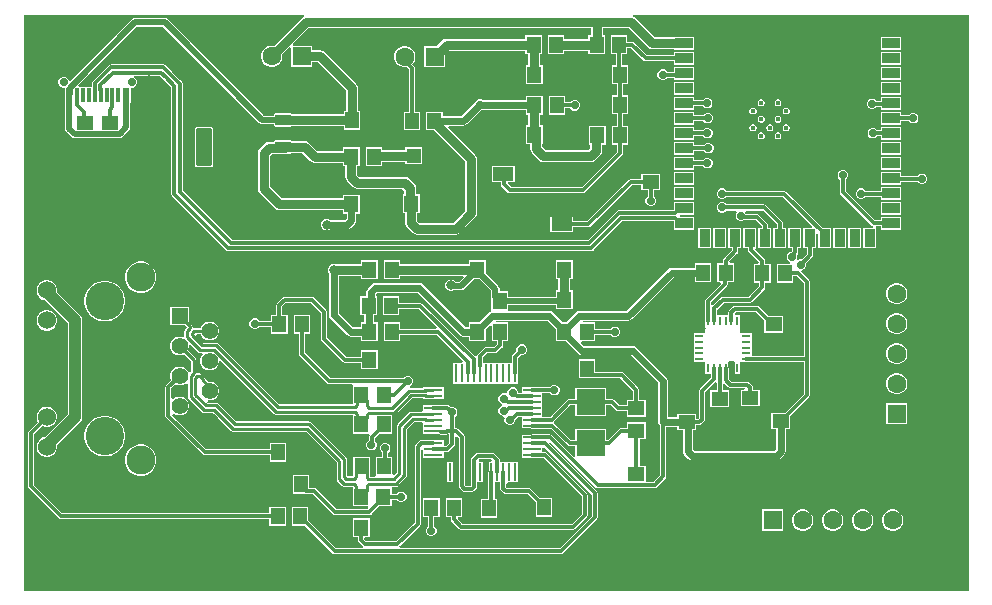
<source format=gtl>
G04*
G04 #@! TF.GenerationSoftware,Altium Limited,Altium Designer,24.9.1 (31)*
G04*
G04 Layer_Physical_Order=1*
G04 Layer_Color=255*
%FSTAX44Y44*%
%MOMM*%
G71*
G04*
G04 #@! TF.SameCoordinates,77538C0C-0C9F-436E-B66A-60309351D6FF*
G04*
G04*
G04 #@! TF.FilePolarity,Positive*
G04*
G01*
G75*
%ADD11C,0.3000*%
%ADD15R,1.2000X1.4000*%
%ADD16R,1.5600X0.2800*%
%ADD17R,0.2800X1.5600*%
%ADD18R,0.9000X0.9000*%
%ADD19R,1.5000X0.9000*%
%ADD20R,0.9000X1.5000*%
%ADD21R,1.7000X1.1500*%
%ADD22R,1.4000X1.2000*%
G04:AMPARAMS|DCode=23|XSize=3.24mm|YSize=1.31mm|CornerRadius=0.0983mm|HoleSize=0mm|Usage=FLASHONLY|Rotation=90.000|XOffset=0mm|YOffset=0mm|HoleType=Round|Shape=RoundedRectangle|*
%AMROUNDEDRECTD23*
21,1,3.2400,1.1135,0,0,90.0*
21,1,3.0435,1.3100,0,0,90.0*
1,1,0.1965,0.5568,1.5218*
1,1,0.1965,0.5568,-1.5218*
1,1,0.1965,-0.5568,-1.5218*
1,1,0.1965,-0.5568,1.5218*
%
%ADD23ROUNDEDRECTD23*%
G04:AMPARAMS|DCode=24|XSize=0.93mm|YSize=1.31mm|CornerRadius=0.0698mm|HoleSize=0mm|Usage=FLASHONLY|Rotation=90.000|XOffset=0mm|YOffset=0mm|HoleType=Round|Shape=RoundedRectangle|*
%AMROUNDEDRECTD24*
21,1,0.9300,1.1705,0,0,90.0*
21,1,0.7905,1.3100,0,0,90.0*
1,1,0.1395,0.5853,0.3953*
1,1,0.1395,0.5853,-0.3953*
1,1,0.1395,-0.5853,-0.3953*
1,1,0.1395,-0.5853,0.3953*
%
%ADD24ROUNDEDRECTD24*%
%ADD25R,2.4000X2.2000*%
%ADD26R,0.7900X0.2800*%
%ADD27R,0.2800X0.7900*%
%ADD28R,0.6000X1.1500*%
%ADD29R,0.3000X1.1500*%
%ADD30R,1.2000X1.2000*%
%ADD58C,0.6000*%
%ADD59C,0.8000*%
%ADD60C,0.2489*%
%ADD61C,0.5000*%
%ADD62C,1.0000*%
%ADD63C,0.4000*%
%ADD64R,1.3980X1.3980*%
%ADD65C,1.3980*%
%ADD66C,1.5300*%
%ADD67C,2.4450*%
%ADD68C,3.2500*%
%ADD69C,1.6000*%
%ADD70R,1.6000X1.6000*%
%ADD71R,1.6000X1.6000*%
%ADD72O,1.0500X2.1500*%
%ADD73O,1.0500X1.8500*%
%ADD74C,0.7000*%
%ADD75C,0.8000*%
G36*
X008001Y0D02*
X0D01*
Y0048768D01*
X0023762D01*
X00237767Y0048618D01*
X00237063Y0048604D01*
X00235409Y00484935D01*
X0021172Y00461246D01*
X00211243Y00461374D01*
X00208873D01*
X00206584Y00460761D01*
X00204532Y00459576D01*
X00202856Y004579D01*
X00201671Y00455848D01*
X00201058Y00453559D01*
Y00451189D01*
X00201671Y004489D01*
X00202856Y00446848D01*
X00204532Y00445172D01*
X00206584Y00443987D01*
X00208873Y00443374D01*
X00211243D01*
X00213532Y00443987D01*
X00215584Y00445172D01*
X0021726Y00446848D01*
X00218445Y004489D01*
X00219058Y00451189D01*
Y00453559D01*
X0021893Y00454036D01*
X00224958Y00460064D01*
X00226458Y00459443D01*
Y00443374D01*
X00244458D01*
Y00447276D01*
X00249094D01*
X00273082Y00423288D01*
Y00406272D01*
X0027118D01*
Y00403517D01*
X00226859D01*
X00226708Y00403742D01*
X00226147Y00404118D01*
X00225485Y00404249D01*
X0021378D01*
X00213117Y00404118D01*
X00212556Y00403742D01*
X00212181Y00403181D01*
X00212049Y00402519D01*
Y00401988D01*
X00203515D01*
X00121903Y00483599D01*
X00120746Y00484373D01*
X0011938Y00484645D01*
X00094512D01*
X00093147Y00484373D01*
X00091989Y00483599D01*
X00039724Y00431334D01*
X00038097Y00431829D01*
X00037653Y00432901D01*
X00036387Y00434167D01*
X00034733Y00434852D01*
X00032943D01*
X00031289Y00434167D01*
X00030023Y00432901D01*
X00029338Y00431247D01*
Y00429457D01*
X00030023Y00427803D01*
X00031289Y00426537D01*
X00032943Y00425852D01*
X00034733D01*
X00034738Y00425849D01*
Y00412852D01*
X00035169D01*
Y00391106D01*
X00035441Y00389741D01*
X00036215Y00388583D01*
X00040689Y00384109D01*
X00041847Y00383335D01*
X00043212Y00383063D01*
X00060112D01*
X00060112Y00383063D01*
X00081194D01*
X00082559Y00383335D01*
X00083717Y00384109D01*
X00089261Y00389653D01*
X00090035Y00390811D01*
X00090307Y00392176D01*
Y00412852D01*
X00090738D01*
X00090738Y00425849D01*
X00090743Y00425852D01*
X00090829Y00425852D01*
X00092533D01*
X00094187Y00426537D01*
X00095453Y00427803D01*
X00096138Y00429457D01*
Y00431247D01*
X00095453Y00432901D01*
X00094187Y00434167D01*
X00093255Y00434553D01*
X00093553Y00436053D01*
X00115462D01*
X00118829Y00432686D01*
X00118829Y00432685D01*
X00125133Y00426382D01*
Y00335998D01*
X00125326Y00335023D01*
X00125879Y00334196D01*
X00171636Y00288439D01*
X00172463Y00287887D01*
X00173438Y00287693D01*
X00480742D01*
X00481717Y00287887D01*
X00482544Y00288439D01*
X00506857Y00312752D01*
X0055056D01*
Y0030565D01*
X0056756D01*
Y0031665D01*
X00555806D01*
X00555315Y003175D01*
X00555806Y0031835D01*
X0056756D01*
Y0032935D01*
X0055056D01*
Y00322248D01*
X00503979D01*
X00503003Y00322054D01*
X00502176Y00321502D01*
X004996Y00318925D01*
X004996Y00318925D01*
X00477864Y00297189D01*
X00176316D01*
X00134629Y00338876D01*
Y0042926D01*
X00134435Y00430235D01*
X00133882Y00431062D01*
X00132594Y00432351D01*
X00132594Y00432351D01*
X00125544Y004394D01*
X00125544Y004394D01*
X00122718Y00442226D01*
X00122718Y00442226D01*
X00120142Y00444803D01*
X00119315Y00445355D01*
X0011834Y0044555D01*
X00073865D01*
X0007289Y00445355D01*
X00072063Y00444803D01*
X00058736Y00431476D01*
X00058184Y00430649D01*
X0005799Y00429674D01*
Y00427748D01*
X00057738Y00426352D01*
X00046795D01*
X00046221Y00427738D01*
X0009599Y00477507D01*
X00117902D01*
X00199514Y00395896D01*
X00200671Y00395122D01*
X00202037Y0039485D01*
X00212049D01*
Y00394613D01*
X00212181Y00393951D01*
X00212556Y0039339D01*
X00213117Y00393014D01*
X0021378Y00392883D01*
X00225485D01*
X00226147Y00393014D01*
X00226606Y00393321D01*
X0027118D01*
Y00390272D01*
X0028518D01*
Y00406272D01*
X00283278D01*
Y004254D01*
X0028289Y00427351D01*
X00281785Y00429005D01*
X00254811Y00455979D01*
X00253157Y00457084D01*
X00251206Y00457472D01*
X00244458D01*
Y00461374D01*
X00228389D01*
X00227768Y00462874D01*
X00241126Y00476232D01*
X00480042D01*
Y0047028D01*
X0047814D01*
Y00467378D01*
X004578D01*
Y0047028D01*
X004438D01*
Y0045428D01*
X004578D01*
Y00457182D01*
X0047814D01*
Y0045428D01*
X0049214D01*
Y0047028D01*
X00490238D01*
Y00476232D01*
X00512492D01*
X00528779Y00459945D01*
X00530433Y0045884D01*
X00532384Y00458452D01*
X0055056D01*
Y0045805D01*
X0056756D01*
Y0046905D01*
X0055056D01*
Y00468648D01*
X00534496D01*
X00518209Y00484935D01*
X00516555Y0048604D01*
X00515851Y0048618D01*
X00515998Y0048768D01*
X008001D01*
Y0D01*
D02*
G37*
%LPC*%
G36*
X0074256Y0046905D02*
X0072556D01*
Y0045805D01*
X0074256D01*
Y0046905D01*
D02*
G37*
G36*
Y0045635D02*
X0072556D01*
Y0044535D01*
X0074256D01*
Y0045635D01*
D02*
G37*
G36*
X0051114Y0047028D02*
X0049714D01*
Y0045428D01*
X00501591D01*
Y00444846D01*
X00497844D01*
Y00428846D01*
X00502295D01*
Y00419446D01*
X00497844D01*
Y00403446D01*
X00502295D01*
Y00393472D01*
X00497844D01*
Y00377472D01*
X00502295D01*
Y0037128D01*
X004724Y00341385D01*
X00413044D01*
X00409713Y00344716D01*
X00410334Y00346216D01*
X00415646D01*
Y00359716D01*
X00396646D01*
Y00346216D01*
X00403802D01*
Y00344473D01*
X00403996Y00343498D01*
X00404548Y00342671D01*
X00410186Y00337034D01*
X00411013Y00336481D01*
X00411988Y00336287D01*
X00473456D01*
X00474431Y00336481D01*
X00475258Y00337034D01*
X00506646Y00368422D01*
X00507199Y00369249D01*
X00507393Y00370224D01*
Y00377472D01*
X00511844D01*
Y00393472D01*
X00507393D01*
Y00403446D01*
X00511844D01*
Y00419446D01*
X00507393D01*
Y00428846D01*
X00511844D01*
Y00444846D01*
X00506689D01*
Y0045428D01*
X0051114D01*
Y00459731D01*
X00514056D01*
X0052474Y00449048D01*
X00525567Y00448495D01*
X00526542Y00448301D01*
X0055056D01*
Y0044535D01*
X0056756D01*
Y0045635D01*
X0055056D01*
Y00453399D01*
X00527598D01*
X00516914Y00464082D01*
X00516087Y00464635D01*
X00515112Y00464829D01*
X0051114D01*
Y0047028D01*
D02*
G37*
G36*
X0056756Y0044365D02*
X0055056D01*
Y00439429D01*
X00544835D01*
X00544835Y00439429D01*
X00543569Y00440695D01*
X00541915Y0044138D01*
X00540125D01*
X00538471Y00440695D01*
X00537205Y00439429D01*
X0053652Y00437775D01*
Y00435985D01*
X00537205Y00434331D01*
X00538471Y00433065D01*
X00540125Y0043238D01*
X00541915D01*
X00543569Y00433065D01*
X00544835Y00434331D01*
X00544835Y00434331D01*
X0055056D01*
Y0043265D01*
X0056756D01*
Y0044365D01*
D02*
G37*
G36*
X0074256D02*
X0072556D01*
Y0043265D01*
X0074256D01*
Y0044365D01*
D02*
G37*
G36*
X004388Y0047028D02*
X004248D01*
Y00467378D01*
X0035814D01*
X00356189Y0046699D01*
X00354535Y00465885D01*
X0034977Y0046112D01*
X0033898D01*
Y0044312D01*
X0035698D01*
Y0045391D01*
X00360252Y00457182D01*
X004248D01*
Y0045428D01*
X0042701D01*
Y00444914D01*
X00425416D01*
Y00428914D01*
X00439416D01*
Y00444914D01*
X00437206D01*
Y0045428D01*
X004388D01*
Y0047028D01*
D02*
G37*
G36*
X0074256Y0043095D02*
X0072556D01*
Y0041995D01*
X0074256D01*
Y0043095D01*
D02*
G37*
G36*
X0056756D02*
X0055056D01*
Y0041995D01*
X0056756D01*
Y0043095D01*
D02*
G37*
G36*
X00439504Y00418872D02*
X00425504D01*
Y0041495D01*
X00388974D01*
X00388629Y00415295D01*
X00386975Y0041598D01*
X00385185D01*
X00383531Y00415295D01*
X00382265Y00414029D01*
X00381843Y00413011D01*
X00370521Y00401688D01*
X00354784D01*
Y0040561D01*
X00340784D01*
Y0038961D01*
X00347574D01*
X0037387Y00363314D01*
Y00321644D01*
X00363648Y00311422D01*
X00335162D01*
X00333462Y00313122D01*
Y00319626D01*
X00335364D01*
Y00335626D01*
X00332619D01*
Y00340754D01*
X00332231Y00342705D01*
X00331126Y00344358D01*
X0032644Y00349045D01*
X00324786Y0035015D01*
X00322835Y00350538D01*
X00284362D01*
X00282662Y00352238D01*
Y00359184D01*
X00284564D01*
Y00375184D01*
X00270564D01*
Y00372282D01*
X00248592D01*
X00241603Y00379271D01*
X00239949Y00380376D01*
X00237998Y00380764D01*
X00226761D01*
X00226708Y00380842D01*
X00226147Y00381217D01*
X00225485Y00381349D01*
X0021378D01*
X00213117Y00381217D01*
X00212556Y00380842D01*
X00212181Y00380281D01*
X00212147Y00380114D01*
X00207886D01*
X00205935Y00379726D01*
X00204282Y00378621D01*
X00199595Y00373935D01*
X0019849Y00372281D01*
X00198102Y0037033D01*
Y0034036D01*
X0019849Y00338409D01*
X00199595Y00336755D01*
X00212769Y00323581D01*
X00214423Y00322476D01*
X00216374Y00322088D01*
X00270476D01*
Y00319186D01*
X00273398D01*
Y00315084D01*
X00272272Y00313958D01*
X00259533D01*
X00259372Y00314119D01*
X00257535Y0031488D01*
X00255545D01*
X00253708Y00314119D01*
X00252301Y00312712D01*
X0025154Y00310875D01*
Y00308885D01*
X00252301Y00307048D01*
X00253708Y00305641D01*
X00255545Y0030488D01*
X00257535D01*
X00259372Y00305641D01*
X00259533Y00305802D01*
X00273961D01*
X00273961Y00305802D01*
X00275522Y00306112D01*
X00276845Y00306996D01*
X0028036Y00310511D01*
X0028036Y00310511D01*
X00281244Y00311834D01*
X00281554Y00313395D01*
X00281554Y00313395D01*
Y00319186D01*
X00284476D01*
Y00335186D01*
X00270476D01*
Y00332284D01*
X00218486D01*
X00208298Y00342472D01*
Y00368218D01*
X00209998Y00369918D01*
X00220882D01*
X00221207Y00369983D01*
X00225485D01*
X00226147Y00370115D01*
X00226708Y0037049D01*
X00226761Y00370568D01*
X00235886D01*
X00242875Y00363579D01*
X00244529Y00362474D01*
X0024648Y00362086D01*
X00270564D01*
Y00359184D01*
X00272466D01*
Y00350126D01*
X00272854Y00348175D01*
X00273959Y00346521D01*
X00278645Y00341835D01*
X00280299Y0034073D01*
X0028225Y00340342D01*
X00320723D01*
X00322423Y00338642D01*
Y00335626D01*
X00321364D01*
Y00319626D01*
X00323266D01*
Y0031101D01*
X00323654Y00309059D01*
X00324759Y00307405D01*
X00329445Y00302719D01*
X00331099Y00301614D01*
X0033305Y00301226D01*
X0036576D01*
X00367711Y00301614D01*
X00369365Y00302719D01*
X00382573Y00315927D01*
X00383678Y00317581D01*
X00384066Y00319532D01*
Y00365426D01*
X00383678Y00367377D01*
X00382573Y00369031D01*
X00359458Y00392146D01*
X00360032Y00393532D01*
X0037221D01*
X0037221Y00393532D01*
X00373771Y00393842D01*
X00375094Y00394726D01*
X00387161Y00406794D01*
X00425504D01*
Y00402872D01*
X00427318D01*
Y00394114D01*
X00425416D01*
Y00378114D01*
X00428898D01*
Y00373724D01*
X00429286Y00371773D01*
X00430392Y00370119D01*
X00436323Y00364187D01*
X00437977Y00363082D01*
X00439928Y00362694D01*
X00480181D01*
X00482132Y00363082D01*
X00483786Y00364187D01*
X00488472Y00368873D01*
X00489577Y00370527D01*
X00489965Y00372478D01*
Y00377472D01*
X00492844D01*
Y00393472D01*
X00478844D01*
Y00377472D01*
X00479769D01*
Y0037459D01*
X00478069Y0037289D01*
X0044204D01*
X00439094Y00375835D01*
Y00378114D01*
X00439416D01*
Y00394114D01*
X00437514D01*
Y00402872D01*
X00439504D01*
Y00418872D01*
D02*
G37*
G36*
X0074256Y0041825D02*
X0072556D01*
Y00414537D01*
X00722381D01*
X00722381Y00414537D01*
X00721115Y00415803D01*
X00719461Y00416488D01*
X00717671D01*
X00716017Y00415803D01*
X00714751Y00414537D01*
X00714066Y00412883D01*
Y00411093D01*
X00714751Y00409439D01*
X00716017Y00408173D01*
X00717671Y00407488D01*
X00719461D01*
X00721115Y00408173D01*
X00722381Y00409439D01*
X00722381Y00409439D01*
X0072556D01*
Y0040725D01*
X0074256D01*
Y0041825D01*
D02*
G37*
G36*
X00639157Y0041605D02*
X00637963D01*
X00636861Y00415593D01*
X00636017Y00414749D01*
X0063556Y00413647D01*
Y00412453D01*
X00636017Y00411351D01*
X00636861Y00410507D01*
X00637963Y0041005D01*
X00639157D01*
X00640259Y00410507D01*
X00641103Y00411351D01*
X0064156Y00412453D01*
Y00413647D01*
X00641103Y00414749D01*
X00640259Y00415593D01*
X00639157Y0041605D01*
D02*
G37*
G36*
X00625157D02*
X00623963D01*
X00622861Y00415593D01*
X00622017Y00414749D01*
X0062156Y00413647D01*
Y00412453D01*
X00622017Y00411351D01*
X00622861Y00410507D01*
X00623963Y0041005D01*
X00625157D01*
X00626259Y00410507D01*
X00627103Y00411351D01*
X0062756Y00412453D01*
Y00413647D01*
X00627103Y00414749D01*
X00626259Y00415593D01*
X00625157Y0041605D01*
D02*
G37*
G36*
X0056756Y0041825D02*
X0055056D01*
Y0040725D01*
X0056756D01*
Y00410201D01*
X00574797D01*
X00574797Y00410201D01*
X00576063Y00408935D01*
X00577717Y0040825D01*
X00579507D01*
X00581161Y00408935D01*
X00582427Y00410201D01*
X00583112Y00411855D01*
Y00413645D01*
X00582427Y00415299D01*
X00581161Y00416565D01*
X00579507Y0041725D01*
X00577717D01*
X00576063Y00416565D01*
X00574797Y00415299D01*
X00574797Y00415299D01*
X0056756D01*
Y0041825D01*
D02*
G37*
G36*
X00458504Y00418872D02*
X00444504D01*
Y00402872D01*
X00458504D01*
Y00408323D01*
X00462629D01*
X00462629Y00408323D01*
X00463895Y00407057D01*
X00465549Y00406372D01*
X00467339D01*
X00468993Y00407057D01*
X00470259Y00408323D01*
X00470944Y00409977D01*
Y00411767D01*
X00470259Y00413421D01*
X00468993Y00414687D01*
X00467339Y00415372D01*
X00465549D01*
X00463895Y00414687D01*
X00462629Y00413421D01*
X00462629Y00413421D01*
X00458504D01*
Y00418872D01*
D02*
G37*
G36*
X00646157Y0040905D02*
X00644963D01*
X00643861Y00408593D01*
X00643017Y00407749D01*
X0064256Y00406647D01*
Y00405453D01*
X00643017Y00404351D01*
X00643861Y00403507D01*
X00644963Y0040305D01*
X00646157D01*
X00647259Y00403507D01*
X00648103Y00404351D01*
X0064856Y00405453D01*
Y00406647D01*
X00648103Y00407749D01*
X00647259Y00408593D01*
X00646157Y0040905D01*
D02*
G37*
G36*
X00618157D02*
X00616963D01*
X00615861Y00408593D01*
X00615017Y00407749D01*
X0061456Y00406647D01*
Y00405453D01*
X00615017Y00404351D01*
X00615861Y00403507D01*
X00616963Y0040305D01*
X00618157D01*
X00619259Y00403507D01*
X00620103Y00404351D01*
X0062056Y00405453D01*
Y00406647D01*
X00620103Y00407749D01*
X00619259Y00408593D01*
X00618157Y0040905D01*
D02*
G37*
G36*
X00639157Y0040205D02*
X00637963D01*
X00636861Y00401593D01*
X00636017Y00400749D01*
X0063556Y00399647D01*
Y00398453D01*
X00636017Y00397351D01*
X00636861Y00396507D01*
X00637963Y0039605D01*
X00639157D01*
X00640259Y00396507D01*
X00641103Y00397351D01*
X0064156Y00398453D01*
Y00399647D01*
X00641103Y00400749D01*
X00640259Y00401593D01*
X00639157Y0040205D01*
D02*
G37*
G36*
X00625157D02*
X00623963D01*
X00622861Y00401593D01*
X00622017Y00400749D01*
X0062156Y00399647D01*
Y00398453D01*
X00622017Y00397351D01*
X00622861Y00396507D01*
X00623963Y0039605D01*
X00625157D01*
X00626259Y00396507D01*
X00627103Y00397351D01*
X0062756Y00398453D01*
Y00399647D01*
X00627103Y00400749D01*
X00626259Y00401593D01*
X00625157Y0040205D01*
D02*
G37*
G36*
X0074256Y0040555D02*
X0072556D01*
Y0039455D01*
X0074256D01*
Y00397501D01*
X00749295D01*
X00749295Y00397501D01*
X00750561Y00396235D01*
X00752215Y0039555D01*
X00754005D01*
X00755659Y00396235D01*
X00756925Y00397501D01*
X0075761Y00399155D01*
Y00400945D01*
X00756925Y00402599D01*
X00755659Y00403865D01*
X00754005Y0040455D01*
X00752215D01*
X00750561Y00403865D01*
X00749295Y00402599D01*
X00749295Y00402599D01*
X0074256D01*
Y0040555D01*
D02*
G37*
G36*
X0056756D02*
X0055056D01*
Y0039455D01*
X0056756D01*
Y00397501D01*
X00575305D01*
X00575305Y00397501D01*
X00576571Y00396235D01*
X00578225Y0039555D01*
X00580015D01*
X00581669Y00396235D01*
X00582935Y00397501D01*
X0058362Y00399155D01*
Y00400945D01*
X00582935Y00402599D01*
X00581669Y00403865D01*
X00580015Y0040455D01*
X00578225D01*
X00576571Y00403865D01*
X00575305Y00402599D01*
X00575305Y00402599D01*
X0056756D01*
Y0040555D01*
D02*
G37*
G36*
X0074256Y0039285D02*
X0072556D01*
Y00389899D01*
X00722889D01*
X00722889Y00389899D01*
X00721623Y00391165D01*
X00719969Y0039185D01*
X00718179D01*
X00716525Y00391165D01*
X00715259Y00389899D01*
X00714574Y00388245D01*
Y00386455D01*
X00715259Y00384801D01*
X00716525Y00383535D01*
X00718179Y0038285D01*
X00719969D01*
X00721623Y00383535D01*
X00722889Y00384801D01*
X00722889Y00384801D01*
X0072556D01*
Y0038185D01*
X0074256D01*
Y0039285D01*
D02*
G37*
G36*
X00323765Y0046112D02*
X00321395D01*
X00319106Y00460507D01*
X00317054Y00459322D01*
X00315378Y00457646D01*
X00314193Y00455594D01*
X0031358Y00453305D01*
Y00450935D01*
X00314193Y00448646D01*
X00315378Y00446594D01*
X00317054Y00444918D01*
X00319106Y00443733D01*
X00321395Y0044312D01*
X00323765D01*
X00324311Y00443266D01*
X00326235Y00441342D01*
Y0040561D01*
X00321784D01*
Y0038961D01*
X00335784D01*
Y0040561D01*
X00331333D01*
Y00442398D01*
X00331139Y00443374D01*
X00330586Y00444201D01*
X00328987Y004458D01*
X00329782Y00446594D01*
X00330967Y00448646D01*
X0033158Y00450935D01*
Y00453305D01*
X00330967Y00455594D01*
X00329782Y00457646D01*
X00328106Y00459322D01*
X00326054Y00460507D01*
X00323765Y0046112D01*
D02*
G37*
G36*
X00646157Y0039505D02*
X00644963D01*
X00643861Y00394593D01*
X00643017Y00393749D01*
X0064256Y00392647D01*
Y00391453D01*
X00643017Y00390351D01*
X00643861Y00389507D01*
X00644963Y0038905D01*
X00646157D01*
X00647259Y00389507D01*
X00648103Y00390351D01*
X0064856Y00391453D01*
Y00392647D01*
X00648103Y00393749D01*
X00647259Y00394593D01*
X00646157Y0039505D01*
D02*
G37*
G36*
X00632157D02*
X00630963D01*
X00629861Y00394593D01*
X00629017Y00393749D01*
X0062856Y00392647D01*
Y00391453D01*
X00629017Y00390351D01*
X00629861Y00389507D01*
X00630963Y0038905D01*
X00632157D01*
X00633259Y00389507D01*
X00634103Y00390351D01*
X0063456Y00391453D01*
Y00392647D01*
X00634103Y00393749D01*
X00633259Y00394593D01*
X00632157Y0039505D01*
D02*
G37*
G36*
X00618157D02*
X00616963D01*
X00615861Y00394593D01*
X00615017Y00393749D01*
X0061456Y00392647D01*
Y00391453D01*
X00615017Y00390351D01*
X00615861Y00389507D01*
X00616963Y0038905D01*
X00618157D01*
X00619259Y00389507D01*
X00620103Y00390351D01*
X0062056Y00391453D01*
Y00392647D01*
X00620103Y00393749D01*
X00619259Y00394593D01*
X00618157Y0039505D01*
D02*
G37*
G36*
X0056756Y0039285D02*
X0055056D01*
Y0038185D01*
X0056756D01*
Y00384801D01*
X00575051D01*
X00575051Y00384801D01*
X00576317Y00383535D01*
X00577971Y0038285D01*
X00579761D01*
X00581415Y00383535D01*
X00582681Y00384801D01*
X00583366Y00386455D01*
Y00388245D01*
X00582681Y00389899D01*
X00581415Y00391165D01*
X00579761Y0039185D01*
X00577971D01*
X00576317Y00391165D01*
X00575051Y00389899D01*
X00575051Y00389899D01*
X0056756D01*
Y0039285D01*
D02*
G37*
G36*
X00639157Y0038805D02*
X00637963D01*
X00636861Y00387593D01*
X00636017Y00386749D01*
X0063556Y00385647D01*
Y00384453D01*
X00636017Y00383351D01*
X00636861Y00382507D01*
X00637963Y0038205D01*
X00639157D01*
X00640259Y00382507D01*
X00641103Y00383351D01*
X0064156Y00384453D01*
Y00385647D01*
X00641103Y00386749D01*
X00640259Y00387593D01*
X00639157Y0038805D01*
D02*
G37*
G36*
X00625157D02*
X00623963D01*
X00622861Y00387593D01*
X00622017Y00386749D01*
X0062156Y00385647D01*
Y00384453D01*
X00622017Y00383351D01*
X00622861Y00382507D01*
X00623963Y0038205D01*
X00625157D01*
X00626259Y00382507D01*
X00627103Y00383351D01*
X0062756Y00384453D01*
Y00385647D01*
X00627103Y00386749D01*
X00626259Y00387593D01*
X00625157Y0038805D01*
D02*
G37*
G36*
X003372Y003753D02*
X003232D01*
Y0037284D01*
X00303564D01*
Y00375184D01*
X00289564D01*
Y00359184D01*
X00303564D01*
Y00362644D01*
X003232D01*
Y003613D01*
X003372D01*
Y003753D01*
D02*
G37*
G36*
X0056756Y0038015D02*
X0055056D01*
Y0036915D01*
X0056756D01*
Y00372101D01*
X00575813D01*
X00575813Y00372101D01*
X00577079Y00370835D01*
X00578733Y0037015D01*
X00580523D01*
X00582177Y00370835D01*
X00583443Y00372101D01*
X00584128Y00373755D01*
Y00375545D01*
X00583443Y00377199D01*
X00582177Y00378465D01*
X00580523Y0037915D01*
X00578733D01*
X00577079Y00378465D01*
X00575813Y00377199D01*
X00575813Y00377199D01*
X0056756D01*
Y0038015D01*
D02*
G37*
G36*
X0074256D02*
X0072556D01*
Y0036915D01*
X0074256D01*
Y0038015D01*
D02*
G37*
G36*
X001583Y00392905D02*
X00147164D01*
X00146391Y00392751D01*
X00145735Y00392313D01*
X00145297Y00391657D01*
X00145143Y00390883D01*
Y00360448D01*
X00145297Y00359675D01*
X00145735Y00359019D01*
X00146391Y00358581D01*
X00147164Y00358427D01*
X001583D01*
X00159073Y00358581D01*
X00159729Y00359019D01*
X00160167Y00359675D01*
X00160321Y00360448D01*
Y00390883D01*
X00160167Y00391657D01*
X00159729Y00392313D01*
X00159073Y00392751D01*
X001583Y00392905D01*
D02*
G37*
G36*
X0056756Y0036745D02*
X0055056D01*
Y0035645D01*
X0056756D01*
Y00359401D01*
X00575051D01*
X00575051Y00359401D01*
X00576317Y00358135D01*
X00577971Y0035745D01*
X00579761D01*
X00581415Y00358135D01*
X00582681Y00359401D01*
X00583366Y00361055D01*
Y00362845D01*
X00582681Y00364499D01*
X00581415Y00365765D01*
X00579761Y0036645D01*
X00577971D01*
X00576317Y00365765D01*
X00575051Y00364499D01*
X00575051Y00364499D01*
X0056756D01*
Y0036745D01*
D02*
G37*
G36*
X0074256D02*
X0072556D01*
Y0035645D01*
X0074256D01*
Y0036745D01*
D02*
G37*
G36*
Y0035475D02*
X0072556D01*
Y0034375D01*
X0074256D01*
Y00345939D01*
X00756661D01*
X00756661Y00345939D01*
X00757927Y00344673D01*
X00759581Y00343988D01*
X00761371D01*
X00763025Y00344673D01*
X00764291Y00345939D01*
X00764976Y00347593D01*
Y00349383D01*
X00764291Y00351037D01*
X00763025Y00352303D01*
X00761371Y00352988D01*
X00759581D01*
X00757927Y00352303D01*
X00756661Y00351037D01*
X00756661Y00351037D01*
X0074256D01*
Y0035475D01*
D02*
G37*
G36*
X0056756D02*
X0055056D01*
Y0034375D01*
X0056756D01*
Y0035475D01*
D02*
G37*
G36*
X0074256Y0034205D02*
X0072556D01*
Y00338591D01*
X00712983D01*
X00712983Y00338591D01*
X00711717Y00339857D01*
X00710063Y00340542D01*
X00708273D01*
X00706619Y00339857D01*
X00705353Y00338591D01*
X00704668Y00336937D01*
Y00335147D01*
X00705353Y00333493D01*
X00706619Y00332227D01*
X00708273Y00331542D01*
X00710063D01*
X00711717Y00332227D01*
X00712983Y00333493D01*
X00712983Y00333493D01*
X0072556D01*
Y0033105D01*
X0074256D01*
Y0034205D01*
D02*
G37*
G36*
X0056756D02*
X0055056D01*
Y0033105D01*
X0056756D01*
Y0034205D01*
D02*
G37*
G36*
X00538826Y00353056D02*
X00522826D01*
Y00348605D01*
X00514165D01*
X0051319Y00348411D01*
X00512363Y00347858D01*
X00477027Y00312523D01*
X00464922D01*
Y00316724D01*
X00445922D01*
Y00303224D01*
X00464922D01*
Y00307425D01*
X00478083D01*
X00479058Y00307619D01*
X00479885Y00308172D01*
X00515221Y00343507D01*
X00522826D01*
Y00339056D01*
X00528277D01*
Y00334049D01*
X00528277Y00334049D01*
X00527011Y00332783D01*
X00526326Y00331129D01*
Y00329339D01*
X00527011Y00327685D01*
X00528277Y00326419D01*
X00529931Y00325734D01*
X00531721D01*
X00533375Y00326419D01*
X00534641Y00327685D01*
X00535326Y00329339D01*
Y00331129D01*
X00534641Y00332783D01*
X00533375Y00334049D01*
X00533375Y00334049D01*
Y00339056D01*
X00538826D01*
Y00353056D01*
D02*
G37*
G36*
X0074256Y0032935D02*
X0072556D01*
Y0031835D01*
X0074256D01*
Y0032935D01*
D02*
G37*
G36*
X00694569Y0035629D02*
X00692779D01*
X00691125Y00355605D01*
X00689859Y00354339D01*
X00689174Y00352685D01*
Y00350895D01*
X00689859Y00349241D01*
X00691125Y00347975D01*
X00691125Y00347975D01*
Y00337058D01*
X00691319Y00336082D01*
X00691872Y00335256D01*
X0071778Y00309348D01*
X00718606Y00308795D01*
X00719336Y0030865D01*
X00719188Y0030715D01*
X0071091D01*
Y0029015D01*
X0072191D01*
Y00307101D01*
X0072191Y0030715D01*
X00722028Y00308601D01*
X0072556D01*
Y0030565D01*
X0074256D01*
Y0031665D01*
X0072556D01*
Y00313699D01*
X00720638D01*
X00696223Y00338114D01*
Y00347975D01*
X00696223Y00347975D01*
X00697489Y00349241D01*
X00698174Y00350895D01*
Y00352685D01*
X00697489Y00354339D01*
X00696223Y00355605D01*
X00694569Y0035629D01*
D02*
G37*
G36*
X0070921Y0030715D02*
X0069821D01*
Y0029015D01*
X0070921D01*
Y0030715D01*
D02*
G37*
G36*
X0069651D02*
X0068551D01*
Y0029015D01*
X0069651D01*
Y0030715D01*
D02*
G37*
G36*
X00592461Y00328858D02*
X00590671D01*
X00589017Y00328173D01*
X00587751Y00326907D01*
X00587066Y00325253D01*
Y00323463D01*
X00587751Y00321809D01*
X00589017Y00320543D01*
X00590671Y00319858D01*
X00592461D01*
X00594115Y00320543D01*
X00595381Y00321809D01*
X00595381Y00321809D01*
X00603392D01*
X00604013Y00320309D01*
X00603499Y00319795D01*
X00602814Y00318141D01*
Y00316351D01*
X00603499Y00314697D01*
X00604765Y00313431D01*
X00606419Y00312746D01*
X00608209D01*
X00609863Y00313431D01*
X00610364Y00313932D01*
X00619724D01*
X00624961Y00308694D01*
Y0030715D01*
X0062201D01*
Y0029015D01*
X0063301D01*
Y0030715D01*
X00630059D01*
Y0030975D01*
X00629865Y00310725D01*
X00629312Y00311552D01*
X00622582Y00318283D01*
X00621755Y00318836D01*
X00620779Y0031903D01*
X00611446D01*
X00611129Y00319795D01*
X00610615Y00320309D01*
X00611236Y00321809D01*
X0062607D01*
X00637661Y00310218D01*
Y0030715D01*
X0063471D01*
Y0029015D01*
X0064571D01*
Y0030715D01*
X00642759D01*
Y00311274D01*
X00642565Y0031225D01*
X00642012Y00313076D01*
X00628928Y0032616D01*
X00628102Y00326713D01*
X00627126Y00326907D01*
X00595381D01*
X00595381Y00326907D01*
X00594115Y00328173D01*
X00592461Y00328858D01*
D02*
G37*
G36*
X0059491Y0030715D02*
X0058391D01*
Y0029015D01*
X0059491D01*
Y0030715D01*
D02*
G37*
G36*
X0058221D02*
X0057121D01*
Y0029015D01*
X0058221D01*
Y0030715D01*
D02*
G37*
G36*
X00592207Y00340542D02*
X00590417D01*
X00588763Y00339857D01*
X00587497Y00338591D01*
X00586812Y00336937D01*
Y00335147D01*
X00587497Y00333493D01*
X00588763Y00332227D01*
X00590417Y00331542D01*
X00592207D01*
X00593861Y00332227D01*
X00595127Y00333493D01*
X00595127Y00333493D01*
X00642862D01*
X00667819Y00308536D01*
X00667245Y0030715D01*
X0066011D01*
Y0029015D01*
X00663439D01*
Y00285028D01*
X00658755Y00280344D01*
X00658755Y00280344D01*
X00656965D01*
X00655941Y0027992D01*
X00654793Y00281068D01*
X00654994Y00281553D01*
Y00283343D01*
X00654677Y00284109D01*
X0065509Y00284522D01*
X00655643Y00285349D01*
X00655837Y00286324D01*
Y0029015D01*
X0065841D01*
Y0030715D01*
X0064741D01*
Y0029015D01*
X00650739D01*
Y0028738D01*
X00650307Y00286948D01*
X00649599D01*
X00647945Y00286263D01*
X00646679Y00284997D01*
X00645994Y00283343D01*
Y00281553D01*
X00646679Y00279899D01*
X00647945Y00278633D01*
X00649155Y00278132D01*
X00648856Y00276632D01*
X00637544D01*
Y00260632D01*
X00651544D01*
Y00266083D01*
X00654872D01*
X00660391Y00260564D01*
Y00198329D01*
X00617949D01*
X0061647Y0019838D01*
X0061647Y00199829D01*
X0061647Y0020318D01*
X0061647Y0020468D01*
X0061647Y0020818D01*
X0061647Y0020968D01*
X0061647Y0021318D01*
X0061647Y0021468D01*
Y0021818D01*
X0060657Y0021818D01*
X00606402Y00219611D01*
Y0022128D01*
X00606299Y0022153D01*
X0060672Y0022303D01*
X0060672Y00223371D01*
Y0023293D01*
X0060192Y0023293D01*
X00601869Y00234409D01*
Y00235044D01*
X00603036Y00236211D01*
X00619506D01*
X00626966Y00228751D01*
Y00218356D01*
X00642966D01*
Y00232356D01*
X00630571D01*
X00622364Y00240562D01*
X00621537Y00241115D01*
X00620562Y00241309D01*
X0060198D01*
X00601004Y00241115D01*
X00600178Y00240562D01*
X00597518Y00237902D01*
X00596965Y00237076D01*
X00596771Y002361D01*
Y00234409D01*
X0059672Y0023293D01*
X00595271Y0023293D01*
X0059192Y0023293D01*
X0059042Y0023293D01*
X0058692Y0023293D01*
X00586869Y00234409D01*
Y00237824D01*
X00592876Y00243831D01*
X0061468D01*
X00615656Y00244025D01*
X00616482Y00244578D01*
X00627346Y00255442D01*
X00627899Y00256269D01*
X00628093Y00257244D01*
Y00260632D01*
X00632544D01*
Y00276632D01*
X00628093D01*
Y00278696D01*
X00627899Y00279671D01*
X00627346Y00280498D01*
X00619195Y0028865D01*
X00619816Y0029015D01*
X0062031D01*
Y0030715D01*
X0060931D01*
Y0029015D01*
X00613284D01*
Y00288407D01*
X00613478Y00287432D01*
X0061403Y00286605D01*
X00622503Y00278132D01*
X00621882Y00276632D01*
X00618544D01*
Y00260632D01*
X00622995D01*
Y002583D01*
X00613624Y00248929D01*
X0059182D01*
X00590845Y00248735D01*
X00590018Y00248182D01*
X00583369Y00241534D01*
X00581869Y00242155D01*
Y00244324D01*
X0059524Y00257695D01*
X00595792Y00258522D01*
X00595986Y00259497D01*
Y0026124D01*
X0060136D01*
Y0027724D01*
X00597864D01*
X00597305Y0027874D01*
X00603912Y00285348D01*
X00604465Y00286175D01*
X00604659Y0028715D01*
Y0029015D01*
X0060761D01*
Y0030715D01*
X0059661D01*
Y0029015D01*
X00599561D01*
Y00288206D01*
X00592558Y00281202D01*
X00592005Y00280375D01*
X00591811Y002794D01*
Y0027724D01*
X0058736D01*
Y0026124D01*
X00589454D01*
X00590075Y0025974D01*
X00577518Y00247182D01*
X00576965Y00246355D01*
X00576771Y0024538D01*
Y0022798D01*
X0057692Y00227231D01*
Y00223371D01*
X0057692Y0022303D01*
X00577341Y0022153D01*
X00577238Y0022128D01*
Y00219611D01*
X0057707Y0021818D01*
X00575738Y0021818D01*
X0056717D01*
X0056717Y0021338D01*
X0056717Y0021188D01*
X0056717Y0020838D01*
X0056717Y0020688D01*
X0056717Y0020338D01*
X0056717Y0020188D01*
X0056717Y0019838D01*
X0056717Y0019688D01*
Y0019338D01*
X00575632D01*
X0057692Y0019338D01*
X0057692Y00192092D01*
Y0018363D01*
X0058172Y0018363D01*
X00581771Y00182151D01*
Y001805D01*
X00572238Y00170966D01*
X00571685Y0017014D01*
X00571491Y00169164D01*
Y00145836D01*
X0057106Y00145405D01*
X00569306D01*
Y00149856D01*
X00553306D01*
Y00146934D01*
X00545332D01*
Y00177567D01*
X00545332Y00177567D01*
X00545021Y00179127D01*
X00544137Y0018045D01*
X00544137Y00180451D01*
X00518504Y00206084D01*
X00517181Y00206968D01*
X0051562Y00207278D01*
X0051562Y00207278D01*
X00474353D01*
X00471969Y00209662D01*
X00472543Y00211048D01*
X00483816D01*
Y00216499D01*
X00496465D01*
X00496465Y00216499D01*
X00497731Y00215233D01*
X00499385Y00214548D01*
X00501175D01*
X00502829Y00215233D01*
X00504095Y00216499D01*
X0050478Y00218153D01*
Y00219943D01*
X00504095Y00221597D01*
X00502829Y00222863D01*
X00501175Y00223548D01*
X00499385D01*
X00497731Y00222863D01*
X00496465Y00221597D01*
X00496465Y00221597D01*
X00483816D01*
Y00227048D01*
X00474307D01*
X00473505Y00228548D01*
X0047353Y00228586D01*
X00512064D01*
X00512064Y00228586D01*
X00513625Y00228896D01*
X00514948Y0022978D01*
X00550329Y00265162D01*
X0056836D01*
Y0026124D01*
X0058236D01*
Y0027724D01*
X0056836D01*
Y00273318D01*
X0054864D01*
X0054864Y00273318D01*
X00547079Y00273008D01*
X00545756Y00272124D01*
X00545756Y00272124D01*
X00510375Y00236742D01*
X00470432D01*
X00470432Y00236742D01*
X00468871Y00236432D01*
X00467548Y00235548D01*
X00459048Y00227048D01*
X00456584D01*
X00448084Y00235548D01*
X00446761Y00236432D01*
X004452Y00236742D01*
X004452Y00236742D01*
X0041113D01*
X00409902Y00237398D01*
X00409902Y00238242D01*
Y00241829D01*
X00450904D01*
Y00238346D01*
X00464904D01*
Y00254346D01*
X00462958D01*
Y00263814D01*
X00464816D01*
Y00279814D01*
X00450816D01*
Y00263814D01*
X00452762D01*
Y00254346D01*
X00450904D01*
Y00248967D01*
X00409902D01*
Y00253398D01*
X00402971D01*
Y00255588D01*
X00402699Y00256954D01*
X00401925Y00258111D01*
X00391244Y00268793D01*
Y00279746D01*
X00377244D01*
Y00276844D01*
X00318804D01*
Y00279746D01*
X00304804D01*
Y00263746D01*
X00318804D01*
Y00266648D01*
X0037214D01*
X00372714Y00265262D01*
X0036883Y00261379D01*
X00365961D01*
X00364782Y00262557D01*
X00362945Y00263318D01*
X00360955D01*
X00359118Y00262557D01*
X00357711Y0026115D01*
X0035695Y00259313D01*
Y00257323D01*
X00357711Y00255486D01*
X00359118Y00254079D01*
X00360955Y00253318D01*
X00362945D01*
X00364782Y00254079D01*
X00364944Y00254241D01*
X00370308D01*
X00371674Y00254513D01*
X00372831Y00255287D01*
X00381291Y00263746D01*
X00386197D01*
X00395833Y0025411D01*
Y00248898D01*
X00395902Y00248553D01*
X00395902Y0023781D01*
X00395771Y00237409D01*
X00395449Y00236847D01*
X00394982Y00236279D01*
X00393888Y00235548D01*
X00385388Y00227048D01*
X00377156D01*
Y00223126D01*
X00373953D01*
X0033791Y0025917D01*
X00336587Y00260054D01*
X00335026Y00260364D01*
X00335026Y00260364D01*
X00297826D01*
X00297825Y00260364D01*
X00296265Y00260054D01*
X00294942Y0025917D01*
X00294942Y0025917D01*
X00291427Y00255655D01*
X00290543Y00254332D01*
X00290232Y00252771D01*
X00290232Y00252771D01*
Y00249146D01*
X00285208D01*
Y00233146D01*
X00288384D01*
Y00227048D01*
X00285716D01*
Y00223126D01*
X00278449D01*
X00266714Y00234861D01*
Y00266648D01*
X00285804D01*
Y00263746D01*
X00299804D01*
Y00279746D01*
X00285804D01*
Y00276844D01*
X0026311D01*
X00261159Y00276456D01*
X00259505Y00275351D01*
X00259031Y00274877D01*
X00258752Y00274459D01*
X00258397Y00274104D01*
X00258205Y0027364D01*
X00257926Y00273223D01*
X00257828Y0027273D01*
X00257636Y00272267D01*
Y00271765D01*
X00257538Y00271272D01*
X00257636Y00270779D01*
Y00270277D01*
X00257828Y00269814D01*
X00257926Y00269321D01*
X00258205Y00268904D01*
X00258397Y0026844D01*
X00258558Y00268279D01*
Y00233172D01*
X00258558Y00233172D01*
X00258868Y00231611D01*
X00259752Y00230288D01*
X00273876Y00216164D01*
X00273876Y00216164D01*
X00275199Y0021528D01*
X0027676Y0021497D01*
X00285716D01*
Y00211048D01*
X00299716D01*
Y00227048D01*
X0029654D01*
Y00233146D01*
X00299208D01*
Y00249146D01*
X00298389D01*
Y00251082D01*
X00299515Y00252208D01*
X00333337D01*
X0036938Y00216164D01*
X0036938Y00216164D01*
X00370703Y0021528D01*
X00372264Y0021497D01*
X00377156D01*
Y00211048D01*
X00391156D01*
Y0022128D01*
X0039477Y00224895D01*
X00396156Y00224321D01*
Y00211048D01*
X00400607D01*
Y00208604D01*
X00398159Y00206155D01*
X00391372D01*
X00390397Y00205961D01*
X0038957Y00205409D01*
X00384418Y00200257D01*
X00383865Y0019943D01*
X00383743Y00198817D01*
X00382794Y00198345D01*
X00382171Y00198268D01*
X0033749Y00242948D01*
X00336664Y00243501D01*
X00335688Y00243695D01*
X00318208D01*
Y00249146D01*
X00304208D01*
Y00233146D01*
X00318208D01*
Y00238597D01*
X00334632D01*
X00350132Y00223097D01*
X00349511Y00221597D01*
X00318716D01*
Y00227048D01*
X00304716D01*
Y00211048D01*
X00318716D01*
Y00216499D01*
X00349364D01*
X00371637Y00194226D01*
X00371063Y0019284D01*
X0036872Y0019284D01*
X0036722Y0019284D01*
X0036372D01*
Y0017524D01*
X0036852Y0017524D01*
X0037002Y0017524D01*
X0037352D01*
X0037352Y0017524D01*
X0037372D01*
Y0017524D01*
X0037502Y0017524D01*
X0037852D01*
Y0017524D01*
X0037872D01*
Y0017524D01*
X0038352Y0017524D01*
X0038502Y0017524D01*
X0038722D01*
X0038852Y0017524D01*
Y0017524D01*
X0038872D01*
X0038872Y0017524D01*
X0039352Y0017524D01*
X0039502Y0017524D01*
X0039852Y0017524D01*
X0040002Y0017524D01*
X0040352Y0017524D01*
X0040502Y0017524D01*
X0040852Y0017524D01*
X0041002Y0017524D01*
X0041352Y0017524D01*
X0041502Y0017524D01*
X0041852D01*
Y00183291D01*
X00418669Y0018404D01*
Y00197113D01*
X00421018Y00199462D01*
X00422535D01*
X00424189Y00200147D01*
X00425455Y00201413D01*
X0042614Y00203067D01*
Y00204857D01*
X00425455Y00206511D01*
X00424189Y00207777D01*
X00422535Y00208462D01*
X00420745D01*
X00419091Y00207777D01*
X00417825Y00206511D01*
X0041714Y00204857D01*
Y00203067D01*
X0041722Y00202873D01*
X00414318Y00199971D01*
X00413765Y00199144D01*
X00413571Y00198168D01*
Y00194319D01*
X0041352Y0019284D01*
X00412071Y0019284D01*
X0040872Y0019284D01*
X0040722Y0019284D01*
X0040372Y0019284D01*
X0040222Y0019284D01*
X0039872Y0019284D01*
X0039722Y0019284D01*
X0039372Y0019284D01*
X0039222Y0019284D01*
X00388769D01*
Y00197399D01*
X00392428Y00201057D01*
X00399214D01*
X0040019Y00201251D01*
X00401017Y00201804D01*
X00404958Y00205746D01*
X00405511Y00206573D01*
X00405705Y00207548D01*
Y00211048D01*
X00410156D01*
Y00227048D01*
X00400647D01*
X00399845Y00228548D01*
X0039987Y00228586D01*
X00443511D01*
X00450816Y0022128D01*
Y00211048D01*
X00459048D01*
X0046978Y00200316D01*
X0046978Y00200316D01*
X00471103Y00199432D01*
X00472664Y00199122D01*
X00472664Y00199122D01*
X00513931D01*
X00537175Y00175877D01*
Y00143239D01*
X00537175Y00143239D01*
X00537485Y00141678D01*
X00538369Y00140355D01*
X00538752Y00139972D01*
X00538752Y00139972D01*
X00539087Y00139748D01*
Y00097684D01*
X00533106Y00091703D01*
X00528321D01*
X00526888Y00091864D01*
X00526888Y00093203D01*
Y00105864D01*
X00521437D01*
Y00128324D01*
X00526768D01*
Y00142324D01*
X00510768D01*
Y00137873D01*
X00506164D01*
X00505189Y00137679D01*
X00504362Y00137126D01*
X0049456Y00127325D01*
X0049306Y00127375D01*
Y0013674D01*
X0046706D01*
Y00127289D01*
X00463564D01*
X00449352Y00141501D01*
X00449305Y00141557D01*
X00449214Y00141807D01*
X00449225Y0014336D01*
X00463056Y00157191D01*
X0046706D01*
Y0014774D01*
X0049306D01*
Y00157191D01*
X00497064D01*
X00501734Y00152522D01*
X00502561Y00151969D01*
X00503536Y00151775D01*
X00510768D01*
Y00147324D01*
X00526768D01*
Y00161324D01*
X00521317D01*
Y0017008D01*
X00521123Y00171056D01*
X0052057Y00171882D01*
X00508156Y00184296D01*
X00507329Y00184849D01*
X00506354Y00185043D01*
X00483816D01*
Y00195994D01*
X00469816D01*
Y00179994D01*
X0048107D01*
X00481316Y00179945D01*
X00505298D01*
X00516219Y00169024D01*
Y00161324D01*
X00510768D01*
Y00156873D01*
X00504592D01*
X00499922Y00161542D01*
X00499095Y00162095D01*
X0049812Y00162289D01*
X0049306D01*
Y0017174D01*
X0046706D01*
Y00162289D01*
X00462D01*
X00461025Y00162095D01*
X00460198Y00161542D01*
X00445944Y00147289D01*
X00440699D01*
X0043922Y0014734D01*
Y0015214D01*
X0043922D01*
Y0015234D01*
X0043922D01*
Y0015714D01*
X0043922D01*
Y0015734D01*
X0043922D01*
Y0016214D01*
X0043922D01*
Y0016234D01*
X0043922D01*
Y0016714D01*
X00440699Y00167191D01*
X00445579D01*
X00445579Y00167191D01*
X00446845Y00165925D01*
X00448499Y0016524D01*
X00450289D01*
X00451943Y00165925D01*
X00453209Y00167191D01*
X00453894Y00168845D01*
Y00170635D01*
X00453209Y00172289D01*
X00451943Y00173555D01*
X00450289Y0017424D01*
X00448499D01*
X00446845Y00173555D01*
X00445579Y00172289D01*
X00445579Y00172289D01*
X0043042D01*
X00429671Y0017214D01*
X0042162D01*
Y0016734D01*
X00420141Y00167289D01*
X00419058D01*
X0041852Y00167827D01*
Y00168535D01*
X00417835Y00170189D01*
X00416569Y00171455D01*
X00414915Y0017214D01*
X00413125D01*
X00411471Y00171455D01*
X00410205Y00170189D01*
X0040952Y00168535D01*
Y00167762D01*
X0040802Y0016676D01*
X00407295Y0016706D01*
X00405505D01*
X00403851Y00166375D01*
X00402585Y00165109D01*
X004019Y00163455D01*
Y00161665D01*
X00402585Y00160011D01*
X00403851Y00158745D01*
X0040496Y00158286D01*
Y00156674D01*
X00403851Y00156215D01*
X00402585Y00154949D01*
X004019Y00153295D01*
Y00151505D01*
X00402585Y00149851D01*
X00403851Y00148585D01*
X00405505Y001479D01*
X00406278D01*
X0040728Y001464D01*
X0040698Y00145675D01*
Y00143885D01*
X00407665Y00142231D01*
X00408931Y00140965D01*
X00410585Y0014028D01*
X00412375D01*
X00414029Y00140965D01*
X00415295Y00142231D01*
X0041598Y00143885D01*
Y00144593D01*
X00418578Y00147191D01*
X00420141D01*
X0042162Y0014714D01*
Y0014234D01*
X0042162D01*
Y0014214D01*
X0042162D01*
Y0013734D01*
X00429671D01*
X0043042Y00137191D01*
X00446452D01*
X00460706Y00122938D01*
X00461533Y00122385D01*
X00462508Y00122191D01*
X0046706D01*
Y00113722D01*
X0046556Y00113101D01*
X00447118Y00131542D01*
X00446292Y00132095D01*
X00445316Y00132289D01*
X0043042D01*
X00429671Y0013214D01*
X0042162D01*
Y0012734D01*
X0042162D01*
Y0012714D01*
X0042162D01*
Y0012364D01*
X0042162Y0012234D01*
X0042162D01*
Y0012214D01*
X0042162Y0012214D01*
X0042162Y0011734D01*
X0042162Y0011584D01*
Y0011234D01*
X00429671D01*
X0043042Y00112191D01*
X0044021D01*
X00472431Y0007997D01*
Y00065064D01*
X00464018Y00056651D01*
X00371388D01*
X00367435Y00060604D01*
X00368056Y00062104D01*
X00371236D01*
Y00078104D01*
X00357236D01*
Y00062104D01*
X00361687D01*
Y00060198D01*
X00361881Y00059222D01*
X00362434Y00058396D01*
X0036853Y000523D01*
X00369356Y00051747D01*
X00370332Y00051553D01*
X00465074D01*
X00466049Y00051747D01*
X00466876Y000523D01*
X00476782Y00062206D01*
X00477335Y00063032D01*
X00477529Y00064008D01*
Y00081026D01*
X00477335Y00082001D01*
X00476782Y00082828D01*
X00443068Y00116542D01*
X00442242Y00117095D01*
X00441266Y00117289D01*
X00440699D01*
X0043922Y0011734D01*
X0043922Y00120712D01*
X0044072Y00121333D01*
X00480813Y0008124D01*
Y00063032D01*
X00453858Y00036077D01*
X00318375D01*
X0031792Y00037577D01*
X00318286Y00037822D01*
X00335304Y0005484D01*
X00335857Y00055666D01*
X00336051Y00056642D01*
Y00119396D01*
X0033652Y00119717D01*
X0033802Y00118925D01*
X0033802Y0011734D01*
X0033802Y0011584D01*
Y0011234D01*
X0035562D01*
X0035562Y0011714D01*
X00357057Y00117291D01*
X00358346D01*
X00359322Y00117485D01*
X00360148Y00118038D01*
X00364514Y00122404D01*
X00365067Y0012323D01*
X00365261Y00124206D01*
Y00130155D01*
X00366761Y00130776D01*
X00368571Y00128966D01*
Y0010044D01*
X00368671Y00099937D01*
Y00088266D01*
X00368865Y00087291D01*
X00369418Y00086464D01*
X00371324Y00084558D01*
X00372151Y00084005D01*
X00373126Y00083811D01*
X00379363D01*
X00380338Y00084005D01*
X00381165Y00084558D01*
X00382922Y00086315D01*
X00383475Y00087142D01*
X00383669Y00088117D01*
Y00090161D01*
X0038372Y0009164D01*
X0038852D01*
Y0010924D01*
X00385891D01*
X00385215Y00110737D01*
X00385804Y00111497D01*
X00396008D01*
X00396597Y00110737D01*
X00395921Y0010924D01*
X0039372D01*
Y00101189D01*
X00393571Y0010044D01*
Y00077562D01*
X0038715D01*
Y00061562D01*
X0040115D01*
Y00077562D01*
X00398669D01*
Y00090161D01*
X0039872Y0009164D01*
X0040352D01*
X00403671Y00090203D01*
Y00086286D01*
X00403865Y0008531D01*
X00404418Y00084484D01*
X00406362Y00082539D01*
X00407189Y00081986D01*
X00408165Y00081792D01*
X00426813D01*
X00433632Y00074973D01*
Y00062578D01*
X00447632D01*
Y00078578D01*
X00437237D01*
X00429671Y00086144D01*
X00428844Y00086696D01*
X00427869Y0008689D01*
X00409221D01*
X00408769Y00087342D01*
Y00090579D01*
X0040983Y0009164D01*
X0041352Y0009164D01*
X0041502Y0009164D01*
X0041852D01*
Y0010924D01*
X0041372Y0010924D01*
X0041222Y0010924D01*
X0040872D01*
X0040872Y0010924D01*
X0040852D01*
Y0010924D01*
X0040722Y0010924D01*
X0040372D01*
X00403569Y00110536D01*
X00403375Y00111511D01*
X00402822Y00112338D01*
X00399312Y00115848D01*
X00398485Y00116401D01*
X0039751Y00116595D01*
X00384302D01*
X00383326Y00116401D01*
X003825Y00115848D01*
X00379418Y00112766D01*
X00378865Y00111939D01*
X00378671Y00110964D01*
Y00100943D01*
X00378571Y0010044D01*
Y00089173D01*
X00378307Y00088909D01*
X00374182D01*
X00373769Y00089322D01*
Y0010034D01*
X00373669Y00100843D01*
Y00130022D01*
X00373475Y00130997D01*
X00372922Y00131824D01*
X00368204Y00136542D01*
X00367378Y00137095D01*
X00366402Y00137289D01*
X00365261D01*
Y00147061D01*
X00365261Y00147061D01*
X00366527Y00148327D01*
X00367212Y00149981D01*
Y00151771D01*
X00366527Y00153425D01*
X00365261Y00154691D01*
X00363607Y00155376D01*
X00361817D01*
X00361817Y00155376D01*
X0036065Y00156542D01*
X00359823Y00157095D01*
X00358848Y00157289D01*
X0034682D01*
X00346071Y0015714D01*
X0033802D01*
X0033802Y0015234D01*
X00336836Y00151577D01*
X00328249D01*
X00327373Y00151403D01*
X00326631Y00150907D01*
X00316611Y00140887D01*
X00316115Y00140144D01*
X00315941Y00139269D01*
Y0010014D01*
X00313612Y00097811D01*
X00312112Y00098433D01*
Y00113256D01*
X00308619D01*
Y00116581D01*
X00308619Y00116581D01*
X00309885Y00117847D01*
X0031057Y00119501D01*
Y00121291D01*
X00309885Y00122945D01*
X00308619Y00124211D01*
X00306965Y00124896D01*
X00305175D01*
X00303521Y00124211D01*
X00302255Y00122945D01*
X0030157Y00121291D01*
Y00119501D01*
X00302255Y00117847D01*
X00303521Y00116581D01*
X00303521Y00116581D01*
Y00113256D01*
X00298112D01*
Y00098034D01*
X00298112Y00097256D01*
X00296911Y00096534D01*
X00294313D01*
X00293112Y00097256D01*
Y00113256D01*
X00279112D01*
Y00100722D01*
X00279068Y001005D01*
Y00096861D01*
X00278951Y00096744D01*
X00273693D01*
X00273575Y00096861D01*
Y00111697D01*
X00273401Y00112573D01*
X00272905Y00113315D01*
X00243599Y00142621D01*
X00242857Y00143117D01*
X00241981Y00143291D01*
X00179838D01*
X0016462Y0015851D01*
X00163878Y00159006D01*
X00163002Y0015918D01*
X00155919D01*
X00155593Y00159641D01*
X0015632Y00160798D01*
X0015649Y0016097D01*
X00158532D01*
X00160564Y00161514D01*
X00162386Y00162566D01*
X00163874Y00164054D01*
X00164925Y00165876D01*
X0016547Y00167908D01*
Y00170012D01*
X00164925Y00172044D01*
X00163874Y00173866D01*
X00162386Y00175354D01*
X00160564Y00176406D01*
X00158532Y0017695D01*
X00156428D01*
X00155961Y00176825D01*
X00154047Y00178738D01*
X00153876Y00179601D01*
X0015338Y00180344D01*
X00150549Y00183174D01*
X00149807Y0018367D01*
X00148931Y00183844D01*
X00147665D01*
X00146687Y00184263D01*
X00146255Y00185252D01*
Y00195173D01*
X00146081Y00196049D01*
X00145585Y00196791D01*
X00139114Y00203263D01*
X00139525Y00203976D01*
X0014007Y00206008D01*
Y00207518D01*
X00141551Y00208159D01*
X00147733Y00201976D01*
X00148476Y0020148D01*
X00149351Y00201306D01*
X00151005D01*
X00151627Y00199806D01*
X00151086Y00199266D01*
X00150035Y00197444D01*
X0014949Y00195412D01*
Y00193308D01*
X00150035Y00191276D01*
X00151086Y00189454D01*
X00152574Y00187966D01*
X00154396Y00186915D01*
X00156428Y0018637D01*
X00158532D01*
X00160564Y00186915D01*
X00162386Y00187966D01*
X00163874Y00189454D01*
X00164925Y00191276D01*
X0016547Y00193308D01*
Y00194072D01*
X0016697Y00194693D01*
X00211934Y0014973D01*
X00212676Y00149234D01*
X00213552Y00149059D01*
X00277337D01*
X002788Y0014897D01*
Y0013297D01*
X00291566D01*
X00292121Y0013297D01*
X00292955Y00131534D01*
X00292796Y00131297D01*
X00292602Y00130321D01*
Y00127322D01*
X00291837Y00127005D01*
X00290571Y00125739D01*
X00289886Y00124085D01*
Y00122295D01*
X00290571Y00120641D01*
X00291837Y00119375D01*
X00293491Y0011869D01*
X00295281D01*
X00296935Y00119375D01*
X00298201Y00120641D01*
X00298886Y00122295D01*
Y00124085D01*
X00298201Y00125739D01*
X002977Y0012624D01*
Y00129266D01*
X00301405Y0013297D01*
X003118D01*
Y00148404D01*
X00313252D01*
X00314128Y00148578D01*
X0031487Y00149074D01*
X00328699Y00162903D01*
X0033802D01*
Y0016234D01*
X0035562D01*
Y0016714D01*
X0035562D01*
Y0016734D01*
X0035562D01*
Y0017214D01*
X0033802D01*
Y00171577D01*
X00327255D01*
X00326957Y00173077D01*
X00327923Y00173477D01*
X00329189Y00174743D01*
X00329874Y00176397D01*
Y00178187D01*
X00329189Y00179841D01*
X00327923Y00181107D01*
X00326269Y00181792D01*
X00324479D01*
X00322825Y00181107D01*
X00321559Y00179841D01*
X00321559Y00179841D01*
X00259882D01*
X00238153Y0020157D01*
Y00217452D01*
X00242604D01*
Y00233452D01*
X00228604D01*
Y00217452D01*
X00233055D01*
Y00200514D01*
X00233249Y00199539D01*
X00233802Y00198712D01*
X00257024Y0017549D01*
X00257851Y00174937D01*
X00258826Y00174743D01*
X00277852D01*
X00278946Y00173762D01*
Y00157762D01*
X00277458Y00157733D01*
X00216197D01*
X0016462Y0020931D01*
X00163878Y00209806D01*
X00163002Y0020998D01*
X00151996D01*
X00146004Y00215972D01*
X00146626Y00217472D01*
X00149821D01*
X00150035Y00216676D01*
X00151086Y00214854D01*
X00152574Y00213366D01*
X00154396Y00212314D01*
X00156428Y0021177D01*
X00158532D01*
X00160564Y00212314D01*
X00162386Y00213366D01*
X00163874Y00214854D01*
X00164925Y00216676D01*
X0016547Y00218708D01*
Y00220812D01*
X00164925Y00222844D01*
X00163874Y00224666D01*
X00162386Y00226154D01*
X00160564Y00227206D01*
X00158532Y0022775D01*
X00156428D01*
X00154396Y00227206D01*
X00152574Y00226154D01*
X00151086Y00224666D01*
X00150035Y00222844D01*
X00149821Y00222048D01*
X00143957D01*
X00142729Y00223305D01*
Y00224099D01*
X00142555Y00224975D01*
X00142059Y00225717D01*
X0014007Y00227706D01*
Y0024045D01*
X0012409D01*
Y0022447D01*
X00136834D01*
X00138152Y00223151D01*
Y00222985D01*
X00136784Y00221617D01*
X00136288Y00220875D01*
X00136114Y00219999D01*
Y00215689D01*
X00135865Y00215379D01*
X00134614Y00214653D01*
X00133132Y0021505D01*
X00131028D01*
X00128996Y00214506D01*
X00127174Y00213454D01*
X00125686Y00211966D01*
X00124635Y00210144D01*
X0012409Y00208112D01*
Y00206008D01*
X00124635Y00203976D01*
X00125686Y00202154D01*
X00127174Y00200666D01*
X00128996Y00199615D01*
X00131028Y0019907D01*
X00133132D01*
X00135164Y00199615D01*
X00135877Y00200026D01*
X00141678Y00194225D01*
Y00185834D01*
X00140709Y00185038D01*
X00139159Y00185378D01*
X00138474Y00186566D01*
X00136986Y00188054D01*
X00135164Y00189105D01*
X00133132Y0018965D01*
X00131028D01*
X00128996Y00189105D01*
X00127174Y00188054D01*
X00125686Y00186566D01*
X00124635Y00184744D01*
X0012409Y00182712D01*
Y00180608D01*
X00124635Y00178576D01*
X00124911Y00178096D01*
X00120788Y00173972D01*
X00120235Y00173146D01*
X00120041Y0017217D01*
Y00148174D01*
X00120235Y00147198D01*
X00120788Y00146372D01*
X00151902Y00115258D01*
X00152729Y00114705D01*
X00153704Y00114511D01*
X00208334D01*
Y0010906D01*
X00222334D01*
Y0012506D01*
X00208334D01*
Y00119609D01*
X0015476D01*
X00125898Y00148471D01*
X00125989Y0014893D01*
X00126304Y00149179D01*
X0012765Y00149592D01*
X00128996Y00148814D01*
X00131028Y0014827D01*
X00133132D01*
X00135164Y00148814D01*
X00136986Y00149866D01*
X00138474Y00151354D01*
X00139525Y00153176D01*
X0014007Y00155208D01*
Y00157312D01*
X00139525Y00159344D01*
X00138474Y00161166D01*
X00136986Y00162654D01*
X00135164Y00163706D01*
X00133132Y0016425D01*
X00131028D01*
X00128996Y00163706D01*
X00127174Y00162654D01*
X00126639Y00162118D01*
X00125139Y0016274D01*
Y00171114D01*
X00128516Y00174492D01*
X00128996Y00174214D01*
X00131028Y0017367D01*
X00133132D01*
X00135164Y00174214D01*
X00136986Y00175266D01*
X00137526Y00175807D01*
X00139026Y00175185D01*
Y00164167D01*
X001392Y00163291D01*
X00139696Y00162549D01*
X00151068Y00151176D01*
X00151811Y0015068D01*
X00152687Y00150506D01*
X00160357D01*
X00175575Y00135288D01*
X00176318Y00134792D01*
X00177193Y00134618D01*
X00239336D01*
X00264902Y00109052D01*
Y00094217D01*
X00265076Y00093341D01*
X00265572Y00092598D01*
X0026943Y00088741D01*
X00270172Y00088244D01*
X00271048Y0008807D01*
X00277403D01*
X00278604Y00087348D01*
Y00071348D01*
X00291188D01*
X0029151Y00070929D01*
X00291871Y00069848D01*
X0029129Y00069097D01*
X00264962D01*
X00247552Y00086506D01*
X00246726Y00087059D01*
X0024575Y00087253D01*
X00241754D01*
Y00098204D01*
X00227754D01*
Y00082204D01*
X00239008D01*
X00239254Y00082155D01*
X00244694D01*
X00262104Y00064746D01*
X00262931Y00064193D01*
X00263906Y00063999D01*
X00292804D01*
X00293779Y00064193D01*
X00294606Y00064746D01*
X00301209Y00071348D01*
X00311604D01*
Y00076799D01*
X00315871D01*
X00315871Y00076799D01*
X00317137Y00075533D01*
X00318791Y00074848D01*
X00320581D01*
X00322235Y00075533D01*
X00323501Y00076799D01*
X00324186Y00078453D01*
Y00080243D01*
X00323501Y00081897D01*
X00322235Y00083163D01*
X00320581Y00083848D01*
X00318791D01*
X00317137Y00083163D01*
X00315871Y00081897D01*
X00315871Y00081897D01*
X00311604D01*
X00311604Y00087348D01*
X00312892Y0008786D01*
X00314979D01*
X00315855Y00088034D01*
X00316597Y0008853D01*
X00323944Y00095877D01*
X0032444Y00096619D01*
X00324614Y00097495D01*
Y00136624D01*
X00330894Y00142903D01*
X00336836D01*
X0033802Y0014214D01*
X0033802Y0014084D01*
X0033802Y0013734D01*
X0033802Y0013584D01*
Y0013234D01*
X0035213D01*
X00352145Y0013233D01*
X0035312Y00132136D01*
X00358303D01*
X00358578Y00132191D01*
X00360163D01*
Y00125262D01*
X0035729Y00122389D01*
X0035562D01*
Y0012714D01*
X00347569D01*
X0034682Y00127289D01*
X0033683D01*
X00335854Y00127095D01*
X00335028Y00126542D01*
X003317Y00123214D01*
X00331147Y00122388D01*
X00330953Y00121412D01*
Y00057698D01*
X00315428Y00042173D01*
X00290108D01*
X00288595Y00043686D01*
X0028886Y00045186D01*
X00292858D01*
Y00061186D01*
X00278858D01*
Y00045186D01*
X00283309D01*
Y00042818D01*
X00283503Y00041842D01*
X00284056Y00041016D01*
X0028725Y00037822D01*
X00287616Y00037577D01*
X00287161Y00036077D01*
X00264358D01*
X00240992Y00059443D01*
Y00070838D01*
X00226992D01*
Y00054838D01*
X00238387D01*
X002615Y00031726D01*
X00262327Y00031173D01*
X00263302Y00030979D01*
X00454914D01*
X0045589Y00031173D01*
X00456716Y00031726D01*
X00485164Y00060174D01*
X00485717Y00061D01*
X00485911Y00061976D01*
Y00082296D01*
X00485717Y00083272D01*
X00485164Y00084098D01*
X00444811Y00124452D01*
X00445305Y00126079D01*
X00445361Y0012609D01*
X004841Y00087352D01*
X00484926Y00086799D01*
X00485902Y00086605D01*
X00534162D01*
X00535137Y00086799D01*
X00535964Y00087352D01*
X00543438Y00094826D01*
X00543991Y00095653D01*
X00544185Y00096628D01*
Y00138778D01*
X00553306D01*
Y00135856D01*
X00558188D01*
Y00117815D01*
X00558188Y00117815D01*
X00558499Y00116254D01*
X00559383Y00114931D01*
X00562897Y00111416D01*
X00562897Y00111416D01*
X00564221Y00110532D01*
X00565781Y00110222D01*
X00565781Y00110222D01*
X00637547D01*
X00637547Y00110222D01*
X00639108Y00110532D01*
X00640431Y00111416D01*
X00643946Y00114931D01*
X00643946Y00114931D01*
X0064483Y00116254D01*
X0064514Y00117815D01*
X0064514Y00117815D01*
Y00136618D01*
X00649062D01*
Y00148013D01*
X00664742Y00163694D01*
X00665295Y0016452D01*
X00665489Y00165496D01*
Y00196088D01*
Y0026162D01*
X00665295Y00262596D01*
X00664742Y00263422D01*
X00658321Y00269844D01*
X00658587Y00270763D01*
X00658887Y00271399D01*
X00660409Y00272029D01*
X00661675Y00273295D01*
X0066236Y00274949D01*
Y00276739D01*
X0066236Y00276739D01*
X0066779Y0028217D01*
X00668343Y00282997D01*
X00668537Y00283972D01*
Y0029015D01*
X0067111D01*
Y00301698D01*
X0067261Y003025D01*
X0067281Y00302366D01*
Y0029015D01*
X0068381D01*
Y0030715D01*
X00676415D01*
X0064572Y00337844D01*
X00644893Y00338397D01*
X00643918Y00338591D01*
X00595127D01*
X00595127Y00338591D01*
X00593861Y00339857D01*
X00592207Y00340542D01*
D02*
G37*
G36*
X00100821Y00278635D02*
X00097339D01*
X00093975Y00277734D01*
X0009096Y00275993D01*
X00088497Y0027353D01*
X00086756Y00270515D01*
X00085855Y00267151D01*
Y00263669D01*
X00086756Y00260305D01*
X00088497Y0025729D01*
X0009096Y00254827D01*
X00093975Y00253086D01*
X00097339Y00252185D01*
X00100821D01*
X00104185Y00253086D01*
X001072Y00254827D01*
X00109663Y0025729D01*
X00111404Y00260305D01*
X00112305Y00263669D01*
Y00267151D01*
X00111404Y00270515D01*
X00109663Y0027353D01*
X001072Y00275993D01*
X00104185Y00277734D01*
X00100821Y00278635D01*
D02*
G37*
G36*
X00740325Y0026046D02*
X00737955D01*
X00735666Y00259847D01*
X00733614Y00258662D01*
X00731938Y00256986D01*
X00730753Y00254934D01*
X0073014Y00252645D01*
Y00250275D01*
X00730753Y00247986D01*
X00731938Y00245934D01*
X00733614Y00244258D01*
X00735666Y00243073D01*
X00737955Y0024246D01*
X00740325D01*
X00742614Y00243073D01*
X00744666Y00244258D01*
X00746342Y00245934D01*
X00747527Y00247986D01*
X0074814Y00250275D01*
Y00252645D01*
X00747527Y00254934D01*
X00746342Y00256986D01*
X00744666Y00258662D01*
X00742614Y00259847D01*
X00740325Y0026046D01*
D02*
G37*
G36*
X00070279Y0026236D02*
X00066881D01*
X00063548Y00261697D01*
X00060409Y00260397D01*
X00057584Y00258509D01*
X00055181Y00256106D01*
X00053293Y00253281D01*
X00051993Y00250142D01*
X0005133Y00246809D01*
Y00243411D01*
X00051993Y00240078D01*
X00053293Y00236939D01*
X00055181Y00234114D01*
X00057584Y00231711D01*
X00060409Y00229823D01*
X00063548Y00228523D01*
X00066881Y0022786D01*
X00070279D01*
X00073612Y00228523D01*
X00076751Y00229823D01*
X00079576Y00231711D01*
X00081979Y00234114D01*
X00083867Y00236939D01*
X00085167Y00240078D01*
X0008583Y00243411D01*
Y00246809D01*
X00085167Y00250142D01*
X00083867Y00253281D01*
X00081979Y00256106D01*
X00079576Y00258509D01*
X00076751Y00260397D01*
X00073612Y00261697D01*
X00070279Y0026236D01*
D02*
G37*
G36*
X00020719Y0023746D02*
X00018441D01*
X00016241Y0023687D01*
X00014269Y00235732D01*
X00012658Y00234121D01*
X0001152Y00232149D01*
X0001093Y00229949D01*
Y00227671D01*
X0001152Y00225471D01*
X00012658Y00223499D01*
X00014269Y00221888D01*
X00016241Y00220749D01*
X00018441Y0022016D01*
X00020719D01*
X00022919Y00220749D01*
X00024891Y00221888D01*
X00026502Y00223499D01*
X00027641Y00225471D01*
X0002823Y00227671D01*
Y00229949D01*
X00027641Y00232149D01*
X00026502Y00234121D01*
X00024891Y00235732D01*
X00022919Y0023687D01*
X00020719Y0023746D01*
D02*
G37*
G36*
X00740325Y0023506D02*
X00737955D01*
X00735666Y00234447D01*
X00733614Y00233262D01*
X00731938Y00231586D01*
X00730753Y00229534D01*
X0073014Y00227245D01*
Y00224875D01*
X00730753Y00222586D01*
X00731938Y00220534D01*
X00733614Y00218858D01*
X00735666Y00217673D01*
X00737955Y0021706D01*
X00740325D01*
X00742614Y00217673D01*
X00744666Y00218858D01*
X00746342Y00220534D01*
X00747527Y00222586D01*
X0074814Y00224875D01*
Y00227245D01*
X00747527Y00229534D01*
X00746342Y00231586D01*
X00744666Y00233262D01*
X00742614Y00234447D01*
X00740325Y0023506D01*
D02*
G37*
G36*
Y0020966D02*
X00737955D01*
X00735666Y00209047D01*
X00733614Y00207862D01*
X00731938Y00206186D01*
X00730753Y00204134D01*
X0073014Y00201845D01*
Y00199475D01*
X00730753Y00197186D01*
X00731938Y00195134D01*
X00733614Y00193458D01*
X00735666Y00192273D01*
X00737955Y0019166D01*
X00740325D01*
X00742614Y00192273D01*
X00744666Y00193458D01*
X00746342Y00195134D01*
X00747527Y00197186D01*
X0074814Y00199475D01*
Y00201845D01*
X00747527Y00204134D01*
X00746342Y00206186D01*
X00744666Y00207862D01*
X00742614Y00209047D01*
X00740325Y0020966D01*
D02*
G37*
G36*
X0024384Y00248929D02*
X0022098D01*
X00220005Y00248735D01*
X00219178Y00248182D01*
X00214802Y00243806D01*
X00214249Y0024298D01*
X00214055Y00242004D01*
Y00233452D01*
X00209604D01*
Y00228609D01*
X00199395D01*
X00199395Y00228609D01*
X00198129Y00229875D01*
X00196475Y0023056D01*
X00194685D01*
X00193031Y00229875D01*
X00191765Y00228609D01*
X0019108Y00226955D01*
Y00225165D01*
X00191765Y00223511D01*
X00193031Y00222245D01*
X00194685Y0022156D01*
X00196475D01*
X00198129Y00222245D01*
X00199395Y00223511D01*
X00199395Y00223511D01*
X00209604D01*
Y00217452D01*
X00223604D01*
Y00233452D01*
X00219153D01*
Y00240948D01*
X00222036Y00243831D01*
X00242784D01*
X00251451Y00235164D01*
Y0021336D01*
X00251645Y00212384D01*
X00252198Y00211558D01*
X00270012Y00193744D01*
X00270839Y00193191D01*
X00271814Y00192997D01*
X00285804D01*
Y00187546D01*
X00299804D01*
Y00203546D01*
X00285804D01*
Y00198095D01*
X0027287D01*
X00256549Y00214416D01*
Y0023622D01*
X00256355Y00237195D01*
X00255802Y00238022D01*
X00245642Y00248182D01*
X00244816Y00248735D01*
X0024384Y00248929D01*
D02*
G37*
G36*
X00740325Y0018426D02*
X00737955D01*
X00735666Y00183647D01*
X00733614Y00182462D01*
X00731938Y00180786D01*
X00730753Y00178734D01*
X0073014Y00176445D01*
Y00174075D01*
X00730753Y00171786D01*
X00731938Y00169734D01*
X00733614Y00168058D01*
X00735666Y00166873D01*
X00737955Y0016626D01*
X00740325D01*
X00742614Y00166873D01*
X00744666Y00168058D01*
X00746342Y00169734D01*
X00747527Y00171786D01*
X0074814Y00174075D01*
Y00176445D01*
X00747527Y00178734D01*
X00746342Y00180786D01*
X00744666Y00182462D01*
X00742614Y00183647D01*
X00740325Y0018426D01*
D02*
G37*
G36*
X0074814Y0015886D02*
X0073014D01*
Y0014086D01*
X0074814D01*
Y0015886D01*
D02*
G37*
G36*
X00020719Y0015576D02*
X00018441D01*
X00016241Y0015517D01*
X00014269Y00154032D01*
X00012658Y00152421D01*
X0001152Y00150449D01*
X0001093Y00148249D01*
Y00145971D01*
X0001152Y00143771D01*
X00011928Y00143063D01*
X00004294Y00135428D01*
X00003741Y00134601D01*
X00003547Y00133626D01*
Y00088392D01*
X00003741Y00087416D01*
X00004294Y0008659D01*
X00029848Y00061036D01*
X00030675Y00060483D01*
X0003165Y00060289D01*
X00207992D01*
Y00054838D01*
X00221992D01*
Y00070838D01*
X00207992D01*
Y00065387D01*
X00032706D01*
X00008645Y00089448D01*
Y0013257D01*
X00015533Y00139458D01*
X00016241Y0013905D01*
X00018441Y0013846D01*
X00020719D01*
X00022919Y0013905D01*
X00024891Y00140188D01*
X00026502Y00141799D01*
X00027641Y00143771D01*
X0002823Y00145971D01*
Y00148249D01*
X00027641Y00150449D01*
X00026502Y00152421D01*
X00024891Y00154032D01*
X00022919Y0015517D01*
X00020719Y0015576D01*
D02*
G37*
G36*
X00070279Y0014806D02*
X00066881D01*
X00063548Y00147397D01*
X00060409Y00146097D01*
X00057584Y00144209D01*
X00055181Y00141806D01*
X00053293Y00138981D01*
X00051993Y00135842D01*
X0005133Y00132509D01*
Y00129111D01*
X00051993Y00125778D01*
X00053293Y00122639D01*
X00055181Y00119814D01*
X00057584Y00117411D01*
X00060409Y00115523D01*
X00063548Y00114223D01*
X00066881Y0011356D01*
X00070279D01*
X00073612Y00114223D01*
X00076751Y00115523D01*
X00079576Y00117411D01*
X00081979Y00119814D01*
X00083867Y00122639D01*
X00085167Y00125778D01*
X0008583Y00129111D01*
Y00132509D01*
X00085167Y00135842D01*
X00083867Y00138981D01*
X00081979Y00141806D01*
X00079576Y00144209D01*
X00076751Y00146097D01*
X00073612Y00147397D01*
X00070279Y0014806D01*
D02*
G37*
G36*
X00020719Y0026286D02*
X00018441D01*
X00016241Y00262271D01*
X00014269Y00261132D01*
X00012658Y00259521D01*
X0001152Y00257549D01*
X0001093Y00255349D01*
Y00253071D01*
X0001152Y00250871D01*
X00012658Y00248899D01*
X00014269Y00247288D01*
X00016241Y0024615D01*
X00018036Y00245669D01*
X00037317Y00226388D01*
Y00149532D01*
X00018036Y00130251D01*
X00016241Y0012977D01*
X00014269Y00128632D01*
X00012658Y00127021D01*
X0001152Y00125049D01*
X0001093Y00122849D01*
Y00120571D01*
X0001152Y00118371D01*
X00012658Y00116399D01*
X00014269Y00114788D01*
X00016241Y0011365D01*
X00018441Y0011306D01*
X00020719D01*
X00022919Y0011365D01*
X00024891Y00114788D01*
X00026502Y00116399D01*
X00027641Y00118371D01*
X0002823Y00120571D01*
Y00122849D01*
X00028168Y00123081D01*
X0004776Y00142672D01*
X00049086Y00144657D01*
X00049552Y00146998D01*
Y00228922D01*
X00049086Y00231263D01*
X0004776Y00233248D01*
X00028168Y00252839D01*
X0002823Y00253071D01*
Y00255349D01*
X00027641Y00257549D01*
X00026502Y00259521D01*
X00024891Y00261132D01*
X00022919Y00262271D01*
X00020719Y0026286D01*
D02*
G37*
G36*
X00100821Y00123735D02*
X00097339D01*
X00093975Y00122834D01*
X0009096Y00121093D01*
X00088497Y0011863D01*
X00086756Y00115615D01*
X00085855Y00112251D01*
Y00108769D01*
X00086756Y00105405D01*
X00088497Y0010239D01*
X0009096Y00099927D01*
X00093975Y00098186D01*
X00097339Y00097285D01*
X00100821D01*
X00104185Y00098186D01*
X001072Y00099927D01*
X00109663Y0010239D01*
X00111404Y00105405D01*
X00112305Y00108769D01*
Y00112251D01*
X00111404Y00115615D01*
X00109663Y0011863D01*
X001072Y00121093D01*
X00104185Y00122834D01*
X00100821Y00123735D01*
D02*
G37*
G36*
X0036352Y0010924D02*
X0035872D01*
Y0009164D01*
X0036352D01*
Y0010924D01*
D02*
G37*
G36*
X00737023Y0006869D02*
X00734653D01*
X00732364Y00068077D01*
X00730312Y00066892D01*
X00728636Y00065216D01*
X00727451Y00063164D01*
X00726838Y00060875D01*
Y00058505D01*
X00727451Y00056216D01*
X00728636Y00054164D01*
X00730312Y00052488D01*
X00732364Y00051303D01*
X00734653Y0005069D01*
X00737023D01*
X00739312Y00051303D01*
X00741364Y00052488D01*
X0074304Y00054164D01*
X00744225Y00056216D01*
X00744838Y00058505D01*
Y00060875D01*
X00744225Y00063164D01*
X0074304Y00065216D01*
X00741364Y00066892D01*
X00739312Y00068077D01*
X00737023Y0006869D01*
D02*
G37*
G36*
X00711623D02*
X00709253D01*
X00706964Y00068077D01*
X00704912Y00066892D01*
X00703236Y00065216D01*
X00702051Y00063164D01*
X00701438Y00060875D01*
Y00058505D01*
X00702051Y00056216D01*
X00703236Y00054164D01*
X00704912Y00052488D01*
X00706964Y00051303D01*
X00709253Y0005069D01*
X00711623D01*
X00713912Y00051303D01*
X00715964Y00052488D01*
X0071764Y00054164D01*
X00718825Y00056216D01*
X00719438Y00058505D01*
Y00060875D01*
X00718825Y00063164D01*
X0071764Y00065216D01*
X00715964Y00066892D01*
X00713912Y00068077D01*
X00711623Y0006869D01*
D02*
G37*
G36*
X00686223D02*
X00683853D01*
X00681564Y00068077D01*
X00679512Y00066892D01*
X00677836Y00065216D01*
X00676651Y00063164D01*
X00676038Y00060875D01*
Y00058505D01*
X00676651Y00056216D01*
X00677836Y00054164D01*
X00679512Y00052488D01*
X00681564Y00051303D01*
X00683853Y0005069D01*
X00686223D01*
X00688512Y00051303D01*
X00690564Y00052488D01*
X0069224Y00054164D01*
X00693425Y00056216D01*
X00694038Y00058505D01*
Y00060875D01*
X00693425Y00063164D01*
X0069224Y00065216D01*
X00690564Y00066892D01*
X00688512Y00068077D01*
X00686223Y0006869D01*
D02*
G37*
G36*
X00660823D02*
X00658453D01*
X00656164Y00068077D01*
X00654112Y00066892D01*
X00652436Y00065216D01*
X00651251Y00063164D01*
X00650638Y00060875D01*
Y00058505D01*
X00651251Y00056216D01*
X00652436Y00054164D01*
X00654112Y00052488D01*
X00656164Y00051303D01*
X00658453Y0005069D01*
X00660823D01*
X00663112Y00051303D01*
X00665164Y00052488D01*
X0066684Y00054164D01*
X00668025Y00056216D01*
X00668638Y00058505D01*
Y00060875D01*
X00668025Y00063164D01*
X0066684Y00065216D01*
X00665164Y00066892D01*
X00663112Y00068077D01*
X00660823Y0006869D01*
D02*
G37*
G36*
X00643238D02*
X00625238D01*
Y0005069D01*
X00643238D01*
Y0006869D01*
D02*
G37*
G36*
X00352236Y00078104D02*
X00338236D01*
Y00062104D01*
X00342687D01*
Y00054411D01*
X00342687Y00054411D01*
X00341421Y00053145D01*
X00340736Y00051491D01*
Y00049701D01*
X00341421Y00048047D01*
X00342687Y00046781D01*
X00344341Y00046096D01*
X00346131D01*
X00347785Y00046781D01*
X00349051Y00048047D01*
X00349736Y00049701D01*
Y00051491D01*
X00349051Y00053145D01*
X00347785Y00054411D01*
X00347785Y00054411D01*
Y00062104D01*
X00352236D01*
Y00078104D01*
D02*
G37*
%LPD*%
G36*
X0060192Y0019353D02*
X0060192Y00192698D01*
Y0018363D01*
X0060672D01*
Y00192092D01*
X0060672Y0019338D01*
X00608008Y0019338D01*
X00610771D01*
X0061152Y00193231D01*
X00660391D01*
Y00166552D01*
X00644457Y00150618D01*
X00633062D01*
Y00136618D01*
X00636984D01*
Y00119504D01*
X00635858Y00118378D01*
X00567471D01*
X00566345Y00119504D01*
Y00135856D01*
X00569306D01*
Y00140307D01*
X00572116D01*
X00573092Y00140501D01*
X00573918Y00141054D01*
X00575842Y00142978D01*
X00576395Y00143805D01*
X00576589Y0014478D01*
Y00168108D01*
X00585271Y0017679D01*
X00586771Y00176169D01*
Y00169452D01*
X0058138D01*
Y00155452D01*
X0059738D01*
Y00169452D01*
X00591869D01*
Y00175024D01*
X00593369Y00175646D01*
X00596343Y00172671D01*
X0059717Y00172119D01*
X00598146Y00171925D01*
X00610497D01*
X00610736Y00171568D01*
X00609934Y00170068D01*
X00607188D01*
Y00156068D01*
X00623188D01*
Y00170068D01*
X00617737D01*
Y00171958D01*
X00617543Y00172933D01*
X0061699Y0017376D01*
X00614475Y00176276D01*
X00613648Y00176829D01*
X00612672Y00177023D01*
X00599201D01*
X00596869Y00179355D01*
Y0018858D01*
X0059672Y00189329D01*
X0059672Y0019353D01*
X00597943Y00194198D01*
X00600696D01*
X0060192Y0019353D01*
D02*
G37*
D11*
X0058928Y00127D02*
Y00143352D01*
X0058938Y00143452D01*
X0059432Y00178299D02*
X00598146Y00174474D01*
X0059432Y00178299D02*
Y0018858D01*
X00612672Y00174474D02*
X00615188Y00171958D01*
X00598146Y00174474D02*
X00612672D01*
X0062206Y0040355D02*
X0062706D01*
X0061756Y0039905D02*
X0062206Y0040355D01*
X0062706D02*
X0063156Y0039905D01*
X00258826Y00177292D02*
X00325374D01*
X00235604Y00200514D02*
Y00225452D01*
Y00200514D02*
X00258826Y00177292D01*
X00304946Y00165762D02*
X00313844D01*
X00325374Y00177292D01*
X00362712Y0013474D02*
Y00150876D01*
X00358358Y0013474D02*
X00362712D01*
X00366402D01*
X00358346Y0011984D02*
X00362712Y00124206D01*
Y0013474D01*
X0034682Y0015474D02*
X00358848D01*
X00362712Y00150876D01*
X003048Y0013997D02*
Y0014097D01*
X00295151Y00123955D02*
Y00130321D01*
X003048Y0013997D01*
X00294386Y0012319D02*
X00295151Y00123955D01*
X00476816Y00219048D02*
X0050028D01*
X0043042Y0016974D02*
X00449394D01*
X00311208Y00241146D02*
X00335688D01*
X0038102Y00195814D01*
X0066294Y00196088D02*
Y0026162D01*
X0038102Y0018414D02*
Y00195814D01*
X00311716Y00219048D02*
X0035042D01*
X0037602Y00193448D01*
Y0018414D02*
Y00193448D01*
X00451504Y00410872D02*
X00466444D01*
X0066294Y00165496D02*
Y00196088D01*
X0061152Y0019578D02*
X00662632D01*
X0066294Y00196088D01*
X00641062Y00143618D02*
X0066294Y00165496D01*
X0058932Y00162512D02*
X0058938Y00162452D01*
X0058932Y00162512D02*
Y0018858D01*
X0058432Y00179444D02*
Y0018858D01*
X0057404Y0014478D02*
Y00169164D01*
X0058432Y00179444D01*
X00615188Y00163068D02*
Y00171958D01*
X00591312Y00336042D02*
X00643918D01*
X0067831Y0030165D01*
Y0029865D02*
Y0030165D01*
X0042164Y00203688D02*
Y00203962D01*
X0041612Y0018404D02*
Y00198168D01*
X0042164Y00203688D01*
X0019558Y0022606D02*
X00215996D01*
X00216604Y00225452D01*
X00653288Y00286324D02*
Y00298272D01*
X00650494Y00282448D02*
Y0028353D01*
X00653288Y00286324D01*
X0065291Y0029865D02*
X00653288Y00298272D01*
X0065786Y00275844D02*
X00665988Y00283972D01*
Y00298272D01*
X0064021Y0029865D02*
Y00311274D01*
X00627126Y00324358D02*
X0064021Y00311274D01*
X00591566Y00324358D02*
X00627126D01*
X00608079Y00316481D02*
X00620779D01*
X0062751Y0029865D02*
Y0030975D01*
X00620779Y00316481D02*
X0062751Y0030975D01*
X00607314Y00317246D02*
X00608079Y00316481D01*
X0066561Y0029865D02*
X00665988Y00298272D01*
X00719074Y0038735D02*
X0073406D01*
X00733552Y00336042D02*
X0073406Y0033655D01*
X00709168Y00336042D02*
X00733552D01*
X0073406Y0034925D02*
X00734822Y00348488D01*
X00760476D01*
X00693674Y00337058D02*
Y0035179D01*
Y00337058D02*
X00719582Y0031115D01*
X00718566Y00411988D02*
X00733298D01*
X0073406Y0041275D01*
X00719582Y0031115D02*
X0073406D01*
Y0040005D02*
X0075311D01*
X0055906Y0036195D02*
X00578866D01*
X0055906Y0037465D02*
X00579628D01*
X0055906Y0038735D02*
X00578866D01*
X0055906Y0040005D02*
X0057912D01*
X0055906Y0041275D02*
X00578612D01*
X00518888Y00098864D02*
Y00135204D01*
X00518768Y00135324D02*
X00518888Y00135204D01*
X00485902Y00089154D02*
X00534162D01*
X00445316Y0012974D02*
X00485902Y00089154D01*
X00534162D02*
X00541636Y00096628D01*
Y00142856D01*
X00345236Y00050596D02*
Y00070104D01*
X00006096Y00088392D02*
X0003165Y00062838D01*
X00214992D01*
X00006096Y00088392D02*
Y00133626D01*
X0001958Y0014711D01*
X0012259Y00148174D02*
X00153704Y0011706D01*
X00215334D01*
X0012259Y00148174D02*
Y0017217D01*
X0013208Y0018166D01*
X0030607Y00106214D02*
Y00120396D01*
X00305112Y00105256D02*
X0030607Y00106214D01*
X0033683Y0012474D02*
X0034682D01*
X00333502Y00056642D02*
Y00121412D01*
X0033683Y0012474D01*
X00316484Y00039624D02*
X00333502Y00056642D01*
X00304604Y00079348D02*
X00319686D01*
X00289052Y00039624D02*
X00316484D01*
X00285858Y00042818D02*
Y00053186D01*
Y00042818D02*
X00289052Y00039624D01*
X00263906Y00066548D02*
X00292804D01*
X00304604Y00078348D01*
X0024575Y00084704D02*
X00263906Y00066548D01*
X00239254Y00084704D02*
X0024575D01*
X00304604Y00078348D02*
Y00079348D01*
X00234754Y00089204D02*
Y00090204D01*
Y00089204D02*
X00239254Y00084704D01*
X00454914Y00033528D02*
X00483362Y00061976D01*
X00263302Y00033528D02*
X00454914D01*
X00233992Y00062838D02*
X00263302Y00033528D01*
X0037112Y0010044D02*
Y00130022D01*
X00366402Y0013474D02*
X0037112Y00130022D01*
X0035312Y00134685D02*
X00358303D01*
X00358358Y0013474D01*
X0034692Y0011984D02*
X00358346D01*
X0034682Y0011974D02*
X0034692Y0011984D01*
X00399214Y00203606D02*
X00403156Y00207548D01*
X00391372Y00203606D02*
X00399214D01*
X0038622Y00198454D02*
X00391372Y00203606D01*
X0038622Y0019034D02*
Y00198454D01*
X00403156Y00207548D02*
Y00219048D01*
X00483362Y00061976D02*
Y00082296D01*
X00441018Y0012464D02*
X00483362Y00082296D01*
X0043052Y0012464D02*
X00441018D01*
X0043042Y0012474D02*
X0043052Y0012464D01*
X0043042Y0012974D02*
X00445316D01*
X0043042Y0013974D02*
X00447508D01*
X00462508Y0012474D01*
X0049558D01*
X00462Y0015974D02*
X0049812D01*
X0043042Y0011474D02*
X00441266D01*
X0047498Y00064008D02*
Y00081026D01*
X00441266Y0011474D02*
X0047498Y00081026D01*
X00370332Y00054102D02*
X00465074D01*
X0047498Y00064008D01*
X00364236Y00060198D02*
Y00070104D01*
Y00060198D02*
X00370332Y00054102D01*
X00408165Y00084341D02*
X00427869D01*
X0040622Y00086286D02*
Y0010034D01*
Y00086286D02*
X00408165Y00084341D01*
X0040612Y0010044D02*
X0040622Y0010034D01*
X00427869Y00084341D02*
X00440632Y00071578D01*
Y00070578D02*
Y00071578D01*
X0039415Y00069562D02*
X0039612Y00071532D01*
Y0010044D01*
X0038112Y00088117D02*
Y0010044D01*
X0037122Y00088266D02*
X00373126Y0008636D01*
X00379363D01*
X0038112Y00088117D01*
X0037122Y00088266D02*
Y0010034D01*
X0038122Y00110964D02*
X00384302Y00114046D01*
X0038122Y0010054D02*
Y00110964D01*
X00384302Y00114046D02*
X0039751D01*
X0040102Y0010054D02*
Y00110536D01*
X0039751Y00114046D02*
X0040102Y00110536D01*
Y0010054D02*
X0040112Y0010044D01*
X0038112D02*
X0038122Y0010054D01*
X0037112Y0010044D02*
X0037122Y0010034D01*
X0043042Y0014474D02*
X00447D01*
X00462Y0015974D01*
X00481316Y00182494D02*
X00506354D01*
X00518768Y00154324D02*
Y0017008D01*
X00506354Y00182494D02*
X00518768Y0017008D01*
X00503536Y00154324D02*
X00517768D01*
X00476816Y00186994D02*
Y00187994D01*
Y00186994D02*
X00481316Y00182494D01*
X00271814Y00195546D02*
X00292804D01*
X00254Y0021336D02*
X00271814Y00195546D01*
X00407482Y0016256D02*
X00410302Y0015974D01*
X0043042D01*
X004064Y0016256D02*
X00407482D01*
X00415102Y0016764D02*
X00418002Y0016474D01*
X0041402Y0016764D02*
X00415102D01*
X00418002Y0016474D02*
X0043042D01*
X00412562Y0014478D02*
X00417522Y0014974D01*
X0043042D01*
X0041148Y0014478D02*
X00412562D01*
X004064Y001524D02*
X00407165Y00153165D01*
X00410822Y0015474D02*
X0043042D01*
X00407165Y00153165D02*
X00409248D01*
X00410822Y0015474D01*
X0043042Y0016474D02*
X0043042Y0016474D01*
X0037602Y0018414D02*
X0037612Y0018404D01*
X0038102Y0018414D02*
X0038112Y0018404D01*
X00473456Y00338836D02*
X00504844Y00370224D01*
X00411988Y00338836D02*
X00473456D01*
X0022098Y0024638D02*
X0024384D01*
X00254Y0021336D02*
Y0023622D01*
X0024384Y0024638D02*
X00254Y0023622D01*
X00476816Y00187994D02*
X0047752Y0018729D01*
X00506164Y00135324D02*
X00518768D01*
X0049558Y0012474D02*
X00506164Y00135324D01*
X0049812Y0015974D02*
X00503536Y00154324D01*
X00562306Y00142856D02*
X00572116D01*
X0057404Y0014478D01*
X00655928Y00268632D02*
X0066294Y0026162D01*
X00644544Y00268632D02*
X00655928D01*
X0059182Y0024638D02*
X0061468D01*
X0058432Y0023888D02*
X0059182Y0024638D01*
X0058432Y0022798D02*
Y0023888D01*
X00593437Y00268317D02*
X0059436Y0026924D01*
X00593437Y00259497D02*
Y00268317D01*
X0057932Y0024538D02*
X00593437Y00259497D01*
X0059436Y0026924D02*
Y002794D01*
X0057932Y0022798D02*
Y0024538D01*
X0061468Y0024638D02*
X00625544Y00257244D01*
X0060198Y0023876D02*
X00620562D01*
X0059932Y002361D02*
X0060198Y0023876D01*
X0059932Y0022798D02*
Y002361D01*
X00620562Y0023876D02*
X00633966Y00225356D01*
X00625544Y00257244D02*
Y00268632D01*
Y00278696D01*
X00633966Y00225356D02*
X00634966D01*
X00615833Y00288407D02*
X00625544Y00278696D01*
X00615833Y00288407D02*
Y00294593D01*
X00613293Y00297133D02*
X00615833Y00294593D01*
X00613293Y00297133D02*
X0061481Y0029865D01*
X0059436Y002794D02*
X0060211Y0028715D01*
Y0029865D01*
X00216604Y00242004D02*
X0022098Y0024638D01*
X00216604Y00225452D02*
Y00242004D01*
X00514165Y00346056D02*
X00530826D01*
X00478083Y00309974D02*
X00514165Y00346056D01*
X00455422Y00309974D02*
X00478083D01*
X00530826Y00330234D02*
Y00346056D01*
X00504844Y00370224D02*
Y00385472D01*
X0032258Y00448602D02*
Y0045212D01*
X00328784Y0039761D02*
Y00442398D01*
X0032258Y00448602D02*
X00328784Y00442398D01*
X0050414Y0046228D02*
X00515112D01*
X00504844Y00385472D02*
Y00411446D01*
X0055779Y0043688D02*
X0055906Y0043815D01*
X0054102Y0043688D02*
X0055779D01*
X00173438Y00290242D02*
X00480742D01*
X0013208Y0033782D02*
Y0042926D01*
X00127682Y00335998D02*
Y00427438D01*
Y00335998D02*
X00173438Y00290242D01*
X0017526Y0029464D02*
X0047892D01*
X0013208Y0033782D02*
X0017526Y0029464D01*
X00130792Y00430548D02*
X0013208Y0042926D01*
X00123742Y00437598D02*
X00130792Y00430548D01*
X00120632Y00434488D02*
X00127682Y00427438D01*
X00130792Y00430548D02*
Y00430548D01*
X00116518Y00438602D02*
X00120632Y00434488D01*
X0011834Y00443D02*
X00120916Y00440424D01*
Y00440424D02*
Y00440424D01*
Y00440424D02*
X00123742Y00437598D01*
X00116518Y00438602D02*
Y00438602D01*
X00073865Y00443D02*
X0011834D01*
X00123742Y00437598D02*
X00123742D01*
X00075687Y00438602D02*
X00116518D01*
X00501402Y00317123D02*
Y00317123D01*
X00505801Y00315301D02*
X00551909D01*
X00501402Y00317123D02*
X00503979Y00319699D01*
X00480742Y00290242D02*
X00505801Y00315301D01*
Y00315301D01*
X00503979Y00319699D02*
X00551909D01*
X0047892Y0029464D02*
X00501402Y00317123D01*
X00551909Y00319699D02*
X0055606Y0032385D01*
Y0031115D02*
X0055906D01*
X0055606Y0032385D02*
X0055906D01*
X00551909Y00315301D02*
X0055606Y0031115D01*
X00065238Y00419602D02*
Y00423852D01*
X00064937Y00424153D02*
X00065238Y00423852D01*
X00064937Y00424153D02*
Y00427852D01*
X00060539Y00429674D02*
X00073865Y00443D01*
X00060238Y00423852D02*
X00060539Y00424153D01*
Y00429674D01*
X00060238Y00419602D02*
Y00423852D01*
X00064937Y00427852D02*
X00075687Y00438602D01*
X00515112Y0046228D02*
X00526542Y0045085D01*
X0055906D01*
X0050414Y0043755D02*
X00504844Y00436846D01*
X0050414Y0043755D02*
Y0046228D01*
X00504844Y00411446D02*
Y00436846D01*
X00406146Y00352966D02*
X00406351Y00352761D01*
Y00344473D02*
Y00352761D01*
Y00344473D02*
X00411988Y00338836D01*
X00072744Y00396132D02*
Y00406745D01*
X00075238Y00409239D01*
Y00419602D01*
X00051309Y00396485D02*
Y00404875D01*
X00045238Y00410946D02*
Y00419602D01*
X00051309Y00396485D02*
X00051662Y00396132D01*
X00045238Y00410946D02*
X00051309Y00404875D01*
D15*
X00304946Y00165762D02*
D03*
X00285946D02*
D03*
X00234334Y0011706D02*
D03*
X00215334D02*
D03*
X00286112Y00105256D02*
D03*
X00305112D02*
D03*
X00285604Y00079348D02*
D03*
X00304604D02*
D03*
X00459632Y00070578D02*
D03*
X00440632D02*
D03*
X00384156Y00219048D02*
D03*
X00403156D02*
D03*
X00292716D02*
D03*
X00311716D02*
D03*
X00457816D02*
D03*
X00476816D02*
D03*
X00644544Y00268632D02*
D03*
X00625544D02*
D03*
X0057536Y0026924D02*
D03*
X0059436D02*
D03*
X00457816Y00187994D02*
D03*
X00476816D02*
D03*
X0041315Y00069562D02*
D03*
X0039415D02*
D03*
X00345236Y00070104D02*
D03*
X00364236D02*
D03*
X00285858Y00053186D02*
D03*
X00304858D02*
D03*
X00214992Y00062838D02*
D03*
X00233992D02*
D03*
X00311804Y00195546D02*
D03*
X00292804D02*
D03*
X003048Y0014097D02*
D03*
X002858D02*
D03*
X00235604Y00225452D02*
D03*
X00216604D02*
D03*
X00215754Y00090204D02*
D03*
X00234754D02*
D03*
X00292208Y00241146D02*
D03*
X00311208D02*
D03*
X00476904Y00246346D02*
D03*
X00457904D02*
D03*
X00457816Y00271814D02*
D03*
X00476816D02*
D03*
X00383902Y00245398D02*
D03*
X00402902D02*
D03*
X00403244Y00271746D02*
D03*
X00384244D02*
D03*
X00311804D02*
D03*
X00292804D02*
D03*
X00328784Y0039761D02*
D03*
X00347784D02*
D03*
X0027818Y00398272D02*
D03*
X0029718D02*
D03*
X00347364Y00327626D02*
D03*
X00328364D02*
D03*
X00277476Y00327186D02*
D03*
X00296476D02*
D03*
X00296564Y00367184D02*
D03*
X00277564D02*
D03*
X00504844Y00385472D02*
D03*
X00485844D02*
D03*
X00504844Y00411446D02*
D03*
X00485844D02*
D03*
X00504844Y00436846D02*
D03*
X00485844D02*
D03*
X0048514Y0046228D02*
D03*
X0050414D02*
D03*
X00451504Y00410872D02*
D03*
X00432504D02*
D03*
X00432416Y00386114D02*
D03*
X00451416D02*
D03*
X00432416Y00436914D02*
D03*
X00451416D02*
D03*
X004318Y0046228D02*
D03*
X004508D02*
D03*
D16*
X0034682Y0016974D02*
D03*
Y0016474D02*
D03*
Y0015974D02*
D03*
Y0015474D02*
D03*
Y0014974D02*
D03*
Y0014474D02*
D03*
Y0013974D02*
D03*
Y0013474D02*
D03*
Y0012974D02*
D03*
Y0012474D02*
D03*
Y0011974D02*
D03*
Y0011474D02*
D03*
X0043042D02*
D03*
Y0011974D02*
D03*
Y0012474D02*
D03*
Y0012974D02*
D03*
Y0013474D02*
D03*
Y0013974D02*
D03*
Y0014474D02*
D03*
Y0014974D02*
D03*
Y0015474D02*
D03*
Y0015974D02*
D03*
Y0016474D02*
D03*
Y0016974D02*
D03*
D17*
X0036112Y0010044D02*
D03*
X0036612D02*
D03*
X0037112D02*
D03*
X0037612D02*
D03*
X0038112D02*
D03*
X0038612D02*
D03*
X0039112D02*
D03*
X0039612D02*
D03*
X0040112D02*
D03*
X0040612D02*
D03*
X0041112D02*
D03*
X0041612D02*
D03*
Y0018404D02*
D03*
X0041112D02*
D03*
X0040612D02*
D03*
X0040112D02*
D03*
X0039612D02*
D03*
X0039112D02*
D03*
X0038612D02*
D03*
X0038112D02*
D03*
X0037612D02*
D03*
X0037112D02*
D03*
X0036612D02*
D03*
X0036112D02*
D03*
D18*
X0063156Y0039905D02*
D03*
X0061756D02*
D03*
X0064556D02*
D03*
X0061756Y0038505D02*
D03*
X0063156D02*
D03*
X0064556D02*
D03*
X0061756Y0041305D02*
D03*
X0063156D02*
D03*
X0064556D02*
D03*
D19*
X0055906Y0047625D02*
D03*
Y0046355D02*
D03*
Y0045085D02*
D03*
Y0043815D02*
D03*
Y0042545D02*
D03*
Y0041275D02*
D03*
Y0040005D02*
D03*
Y0038735D02*
D03*
Y0037465D02*
D03*
Y0036195D02*
D03*
Y0034925D02*
D03*
Y0033655D02*
D03*
Y0032385D02*
D03*
Y0031115D02*
D03*
X0073406D02*
D03*
Y0032385D02*
D03*
Y0033655D02*
D03*
Y0034925D02*
D03*
Y0036195D02*
D03*
Y0037465D02*
D03*
Y0038735D02*
D03*
Y0040005D02*
D03*
Y0041275D02*
D03*
Y0042545D02*
D03*
Y0043815D02*
D03*
Y0045085D02*
D03*
Y0046355D02*
D03*
Y0047625D02*
D03*
D20*
X0057671Y0029865D02*
D03*
X0058941D02*
D03*
X0060211D02*
D03*
X0061481D02*
D03*
X0062751D02*
D03*
X0064021D02*
D03*
X0065291D02*
D03*
X0066561D02*
D03*
X0067831D02*
D03*
X0069101D02*
D03*
X0070371D02*
D03*
X0071641D02*
D03*
D21*
X00455422Y00309974D02*
D03*
Y00353474D02*
D03*
X00406146Y00352966D02*
D03*
Y00309466D02*
D03*
D22*
X00615188Y00163068D02*
D03*
Y00144068D02*
D03*
X00641062Y00143618D02*
D03*
Y00162618D02*
D03*
X0058938Y00162452D02*
D03*
Y00143452D02*
D03*
X00561306Y00142856D02*
D03*
Y00161856D02*
D03*
X00518768Y00154324D02*
D03*
Y00135324D02*
D03*
X00518888Y00079864D02*
D03*
Y00098864D02*
D03*
X00072744Y00396132D02*
D03*
Y00377132D02*
D03*
X00051662Y00396132D02*
D03*
Y00377132D02*
D03*
X00530826Y00346056D02*
D03*
Y00365056D02*
D03*
X00634966Y00206356D02*
D03*
Y00225356D02*
D03*
D23*
X00152732Y00375666D02*
D03*
D24*
X00219632Y00398566D02*
D03*
Y00375666D02*
D03*
Y00352766D02*
D03*
D25*
X0048006Y0015974D02*
D03*
Y0012474D02*
D03*
D26*
X0057212Y0022078D02*
D03*
Y0021578D02*
D03*
Y0021078D02*
D03*
Y0020578D02*
D03*
Y0020078D02*
D03*
Y0019578D02*
D03*
X0061152D02*
D03*
Y0020078D02*
D03*
Y0020578D02*
D03*
Y0021078D02*
D03*
Y0021578D02*
D03*
Y0022078D02*
D03*
D27*
X0057932Y0018858D02*
D03*
X0058432D02*
D03*
X0058932D02*
D03*
X0059432D02*
D03*
X0059932D02*
D03*
X0060432D02*
D03*
Y0022798D02*
D03*
X0059932D02*
D03*
X0059432D02*
D03*
X0058932D02*
D03*
X0058432D02*
D03*
X0057932D02*
D03*
D28*
X00030738Y00419602D02*
D03*
X00038738D02*
D03*
X00086738D02*
D03*
X00094738D02*
D03*
D29*
X00045238D02*
D03*
X00050238D02*
D03*
X00055238D02*
D03*
X00060238D02*
D03*
X00080238D02*
D03*
X00075238D02*
D03*
X00070238D02*
D03*
X00065238D02*
D03*
D30*
X003512Y003683D02*
D03*
X003302D02*
D03*
D58*
X00562267Y00117815D02*
Y00142856D01*
X00565781Y001143D02*
X00637547D01*
X00641062Y00117815D01*
X00562267D02*
X00565781Y001143D01*
X00641062Y00117815D02*
Y00143618D01*
X00292208Y00241146D02*
X00294311Y00243249D01*
Y00252771D01*
X00297825Y00256286D01*
X00335026D01*
X00262636Y00233172D02*
Y00271272D01*
Y00233172D02*
X0027676Y00219048D01*
X00292716D01*
X00292462Y00220302D02*
Y00240892D01*
X00335026Y00256286D02*
X00372264Y00219048D01*
X00384156D01*
X00292208Y00241146D02*
X00292462Y00240892D01*
X00384156Y00220048D02*
X00396772Y00232664D01*
X004452D02*
X00457816Y00220048D01*
X00396772Y00232664D02*
X004452D01*
X00457816Y00218048D02*
Y00219048D01*
Y00220048D01*
X00384156Y00219048D02*
Y00220048D01*
X00512064Y00232664D02*
X0054864Y0026924D01*
X00457816Y00220048D02*
X00470432Y00232664D01*
X00512064D01*
X0054864Y0026924D02*
X0057536D01*
X0051562Y002032D02*
X00541253Y00177567D01*
X00457816Y00218048D02*
X00472664Y002032D01*
X00541253Y00143239D02*
Y00177567D01*
X00472664Y002032D02*
X0051562D01*
X00541253Y00143239D02*
X00541636Y00142856D01*
X00562267D02*
X00562306D01*
X00561306D02*
X00562267D01*
X00541636D02*
X00561306D01*
X0025654Y0030988D02*
X00273961D01*
X00277476Y00313395D02*
Y00327186D01*
X00273961Y0030988D02*
X00277476Y00313395D01*
X00386351Y0041148D02*
X00386959Y00410872D01*
X0037221Y0039761D02*
X0038608Y0041148D01*
X00347784Y0039761D02*
X0037221D01*
X00386959Y00410872D02*
X00432504D01*
X0038608Y0041148D02*
X00386351D01*
D59*
X00378968Y00319532D02*
Y00365426D01*
X00347784Y0039661D02*
Y0039761D01*
Y0039661D02*
X00378968Y00365426D01*
X0036576Y00306324D02*
X00378968Y00319532D01*
X0033305Y00306324D02*
X0036576D01*
X00328364Y0031101D02*
X0033305Y00306324D01*
X00328364Y0031101D02*
Y00327626D01*
X00311804Y00271746D02*
X00384244D01*
X00262636Y00271272D02*
X0026311Y00271746D01*
X00292804D01*
X00207886Y00375016D02*
X00220882D01*
X0048514Y0048133D02*
X00514604D01*
X00239014D02*
X0048514D01*
Y0046228D02*
Y0048133D01*
X0045786Y0024639D02*
X00457904Y00246346D01*
X00457816Y00271814D02*
X0045786Y0027177D01*
Y0024639D02*
Y0027177D01*
X00457816Y00270814D02*
Y00271814D01*
X002032Y0034036D02*
X00216374Y00327186D01*
X00277476D01*
X002032Y0034036D02*
Y0037033D01*
X00207886Y00375016D01*
X00220882D02*
X00221532Y00375666D01*
X00237998D01*
X00322835Y0034544D02*
X00327521Y00340754D01*
Y00328469D02*
X00328364Y00327626D01*
X00327521Y00328469D02*
Y00340754D01*
X0028225Y0034544D02*
X00322835D01*
X00277564Y00350126D02*
Y00367184D01*
Y00350126D02*
X0028225Y0034544D01*
X0024648Y00367184D02*
X00277564D01*
X00432416Y00386114D02*
Y00409784D01*
X004508Y0046228D02*
X0048514D01*
X00439928Y00367792D02*
X00480181D01*
X00484867Y00372478D01*
Y00384495D01*
X00485844Y00385472D01*
X00433996Y00373724D02*
X00439928Y00367792D01*
X00432416Y00386114D02*
X00433996Y00384534D01*
Y00373724D02*
Y00384534D01*
X0034798Y0045212D02*
X0035814Y0046228D01*
X004318D01*
X00432108Y00437222D02*
Y00461588D01*
X00210058Y00452374D02*
X00239014Y0048133D01*
X00235458Y00452374D02*
X00251206D01*
X0027818Y00398272D02*
Y004254D01*
X00251206Y00452374D02*
X0027818Y004254D01*
X00296564Y00367184D02*
X00297122Y00367742D01*
X00329642D01*
X003302Y003683D01*
X00514604Y0048133D02*
X00532384Y0046355D01*
X0055906D01*
X00432108Y00437222D02*
X00432416Y00436914D01*
X00328601Y00369563D02*
X00328762Y00369402D01*
X00296564Y00367184D02*
X00296725Y00367023D01*
X00237998Y00375666D02*
X0024648Y00367184D01*
X00219779Y00398419D02*
X00278033D01*
D60*
X00339968Y00169289D02*
X0034042Y0016974D01*
X0034682D01*
X00326054Y00169289D02*
X00339968D01*
X00161305Y00152794D02*
X00177193Y00136906D01*
X00240284D02*
X0026719Y0011D01*
X00241981Y00141003D02*
X00271287Y00111697D01*
X0017889Y00141003D02*
X00241981D01*
X00163002Y00156891D02*
X0017889Y00141003D01*
X00177193Y00136906D02*
X00240284D01*
X00271287Y00095914D02*
Y00111697D01*
X0026719Y00094217D02*
Y0011D01*
X00279898Y00094456D02*
X00281356Y00095914D01*
X00272745Y00094456D02*
X00279898D01*
X0026719Y00094217D02*
X00271048Y00090359D01*
X00279898D01*
X00281356Y00095914D02*
Y001005D01*
X00271287Y00095914D02*
X00272745Y00094456D01*
X00151762Y00177788D02*
Y00178725D01*
X00148931Y00181556D02*
X00151762Y00178725D01*
X00146869Y00181556D02*
X00148931D01*
X00154384Y00156891D02*
X00163002D01*
X00151762Y00177788D02*
X0015748Y00172069D01*
X00141314Y00181795D02*
X00143967Y00184447D01*
Y00195173D01*
X0015748Y0016896D02*
Y00172069D01*
X00141314Y00164167D02*
Y00181795D01*
X00145411Y00165864D02*
Y00180098D01*
X00141314Y00164167D02*
X00152687Y00152794D01*
X00145411Y00180098D02*
X00146869Y00181556D01*
X00152687Y00152794D02*
X00161305D01*
X00145411Y00165864D02*
X00154384Y00156891D01*
X0013208Y0020706D02*
X00143967Y00195173D01*
X00281356Y00083596D02*
Y00088901D01*
X00279898Y00090359D02*
X00281356Y00088901D01*
Y001005D02*
X00286112Y00105256D01*
X00281356Y00083596D02*
X00285604Y00079348D01*
X00314979Y00090148D02*
X00322326Y00097495D01*
X00291817Y00094245D02*
X00313282D01*
X00291817Y00090148D02*
X00314979D01*
X00313282Y00094245D02*
X00318229Y00099192D01*
X0029036Y00095703D02*
Y00101008D01*
X00286112Y00105256D02*
X0029036Y00101008D01*
Y00095703D02*
X00291817Y00094245D01*
X0029036Y00084104D02*
Y0008869D01*
X00291817Y00090148D01*
X00318229Y00099192D02*
Y00139269D01*
X00322326Y00097495D02*
Y00137571D01*
X00285604Y00079348D02*
X0029036Y00084104D01*
X00328249Y00149289D02*
X00339968D01*
X00318229Y00139269D02*
X00328249Y00149289D01*
X00322326Y00137571D02*
X00329946Y00145191D01*
X00339968D01*
X0034042Y0014474D01*
Y0014974D02*
X0034682D01*
X00339968Y00149289D02*
X0034042Y0014974D01*
Y0014474D02*
X0034682D01*
X00143957Y0021976D02*
X0015748D01*
X00142499Y0021624D02*
X00151048Y00207691D01*
X00163002D02*
X00215249Y00155445D01*
X00280774D02*
X00282232Y00156903D01*
X00142499Y0021624D02*
Y00218302D01*
X00282232Y00162048D02*
X00285946Y00165762D01*
X00215249Y00155445D02*
X00280774D01*
X0013208Y0023246D02*
X00140441Y00224099D01*
X00282232Y00156903D02*
Y00162048D01*
X00151048Y00207691D02*
X00163002D01*
X00140441Y00222038D02*
Y00224099D01*
X00138402Y00214543D02*
X00149351Y00203594D01*
X00138402Y00214543D02*
Y00219999D01*
X00140441Y00222038D01*
X00142499Y00218302D02*
X00143957Y0021976D01*
X00213552Y00151348D02*
X00280689D01*
X00161305Y00203594D02*
X00213552Y00151348D01*
X00280689D02*
X00282147Y0014989D01*
Y00144623D02*
Y0014989D01*
Y00144623D02*
X002858Y0014097D01*
X00149351Y00203594D02*
X00161305D01*
X00290556Y00156247D02*
X00292013Y00154789D01*
X00290556Y00145726D02*
Y00149234D01*
X00292013Y00150692D01*
X0029723Y00154789D02*
X0029723Y00154789D01*
X00295533Y00150692D02*
X00313252D01*
X00290556Y00156247D02*
Y00161152D01*
X00292013Y00150692D02*
X00295533D01*
X0029723Y00154789D02*
X00311555D01*
X00292013Y00154789D02*
X0029723D01*
X00295533Y00150692D02*
X00295533Y00150692D01*
X00285946Y00165762D02*
X00290556Y00161152D01*
X002858Y0014097D02*
X00290556Y00145726D01*
X00327752Y00165191D02*
X00339968D01*
X00313252Y00150692D02*
X00327752Y00165191D01*
X00311555Y00154789D02*
X00326054Y00169289D01*
X0034042Y0016474D02*
X0034682D01*
X00339968Y00165191D02*
X0034042Y0016474D01*
D61*
X00399402Y00248898D02*
Y00255588D01*
X00384244Y00270746D02*
X00399402Y00255588D01*
X00380744Y00267246D02*
X00384244Y00270746D01*
Y00271746D01*
X00370308Y0025781D02*
X00379744Y00267246D01*
X00380744D01*
X00362458Y0025781D02*
X00370308D01*
X0036195Y00258318D02*
X00362458Y0025781D01*
X00456956Y00245398D02*
X00457904Y00246346D01*
X00402902Y00245398D02*
X00456956D01*
X00399402Y00248898D02*
X00402902Y00245398D01*
X00202037Y00398419D02*
X00219779D01*
X00094512Y00481076D02*
X0011938D01*
X00202037Y00398419D01*
X00219632Y00398566D02*
X00219779Y00398419D01*
X00278033D02*
X0027818Y00398272D01*
X00086738Y00392176D02*
Y00419602D01*
X00081194Y00386632D02*
X00086738Y00392176D01*
X00060112Y00386632D02*
X00060112Y00386632D01*
X00081194D01*
X00043212Y00386632D02*
X00060112D01*
X00038738Y00391106D02*
X00043212Y00386632D01*
X00038738Y00391106D02*
Y00419602D01*
X00039238Y00425802D02*
X00094512Y00481076D01*
X00039238Y00420102D02*
Y00425802D01*
X00038738Y00419602D02*
X00039238Y00420102D01*
D62*
X0001958Y00252776D02*
X00043434Y00228922D01*
Y00146998D02*
Y00228922D01*
X0001958Y00123144D02*
X00043434Y00146998D01*
X0001958Y00252776D02*
Y0025421D01*
Y0012171D02*
Y00123144D01*
D63*
X0061756Y0040605D02*
D03*
X0064556D02*
D03*
X0061756Y0039205D02*
D03*
X0063156D02*
D03*
X0064556D02*
D03*
X0062456Y0041305D02*
D03*
X0063856D02*
D03*
X0062456Y0039905D02*
D03*
X0063856D02*
D03*
X0062456Y0038505D02*
D03*
X0063856D02*
D03*
D64*
X0013208Y0023246D02*
D03*
D65*
X0015748Y0021976D02*
D03*
X0013208Y0020706D02*
D03*
X0015748Y0019436D02*
D03*
X0013208Y0018166D02*
D03*
X0015748Y0016896D02*
D03*
X0013208Y0015626D02*
D03*
X0015748Y0014356D02*
D03*
D66*
X0001958Y0025421D02*
D03*
Y0022881D02*
D03*
Y0012171D02*
D03*
Y0014711D02*
D03*
D67*
X0009908Y0026541D02*
D03*
Y0011051D02*
D03*
D68*
X0006858Y0013081D02*
D03*
Y0024511D02*
D03*
D69*
X00685038Y0005969D02*
D03*
X00659638D02*
D03*
X00710438D02*
D03*
X00735838D02*
D03*
X0073914Y0020066D02*
D03*
Y0017526D02*
D03*
Y0022606D02*
D03*
Y0025146D02*
D03*
X0032258Y0045212D02*
D03*
X0029718D02*
D03*
X00210058Y00452374D02*
D03*
X00184658D02*
D03*
D70*
X00634238Y0005969D02*
D03*
X0034798Y0045212D02*
D03*
X00235458Y00452374D02*
D03*
D71*
X0073914Y0014986D02*
D03*
D72*
X00019538Y00425352D02*
D03*
X00105938D02*
D03*
D73*
X00019538Y00466852D02*
D03*
X00105938D02*
D03*
D74*
X00033838Y00430352D02*
D03*
X00091638D02*
D03*
X0048514Y0002794D02*
D03*
X0050292D02*
D03*
X005207D02*
D03*
X0053848D02*
D03*
X0055626D02*
D03*
X0057404D02*
D03*
X0048514Y0001016D02*
D03*
X0050292D02*
D03*
X005207D02*
D03*
X0053848D02*
D03*
X0055626D02*
D03*
X0057404D02*
D03*
X0012446Y0001524D02*
D03*
X0014224D02*
D03*
X0016002D02*
D03*
X001778D02*
D03*
X0019558D02*
D03*
X0021336D02*
D03*
X0012446Y0003048D02*
D03*
X0014224D02*
D03*
X0016002D02*
D03*
X001778D02*
D03*
X0019558D02*
D03*
X0021336D02*
D03*
X0000762Y0001524D02*
D03*
X000254D02*
D03*
X0004318D02*
D03*
X0006096D02*
D03*
X0007874D02*
D03*
X0009652D02*
D03*
X0000762Y0003048D02*
D03*
X000254D02*
D03*
X0004318D02*
D03*
X0006096D02*
D03*
X0007874D02*
D03*
X0009652D02*
D03*
X0000762Y0004572D02*
D03*
X000254D02*
D03*
X0004318D02*
D03*
X0006096D02*
D03*
X0007874D02*
D03*
X0009652D02*
D03*
X0000762Y0032766D02*
D03*
X000254D02*
D03*
X0004318D02*
D03*
X0006096D02*
D03*
X0007874D02*
D03*
X0009652D02*
D03*
Y003429D02*
D03*
X0007874D02*
D03*
X0006096D02*
D03*
X0004318D02*
D03*
X000254D02*
D03*
X0000762D02*
D03*
X0050028Y00219048D02*
D03*
X00362712Y00150876D02*
D03*
X0054102Y0043688D02*
D03*
X0038608Y0041148D02*
D03*
X00530826Y00330234D02*
D03*
X004064Y001524D02*
D03*
X0041148Y0014478D02*
D03*
X0041402Y0016764D02*
D03*
X004064Y0016256D02*
D03*
X00319686Y00079348D02*
D03*
X0030607Y00120396D02*
D03*
X00345236Y00050596D02*
D03*
X00578612Y0041275D02*
D03*
X0057912Y0040005D02*
D03*
X00578866Y0038735D02*
D03*
X00579628Y0037465D02*
D03*
X00578866Y0036195D02*
D03*
X0075311Y0040005D02*
D03*
X00718566Y00411988D02*
D03*
X00693674Y0035179D02*
D03*
X00760476Y00348488D02*
D03*
X00709168Y00336042D02*
D03*
X00719074Y0038735D02*
D03*
X00607314Y00317246D02*
D03*
X00591566Y00324358D02*
D03*
X0065786Y00275844D02*
D03*
X00650494Y00282448D02*
D03*
X0019558Y0022606D02*
D03*
X0042164Y00203962D02*
D03*
X00591312Y00336042D02*
D03*
X00449394Y0016974D02*
D03*
X00294386Y0012319D02*
D03*
X00466444Y00410872D02*
D03*
X00325374Y00177292D02*
D03*
D75*
X0025654Y0030988D02*
D03*
X0036195Y00258318D02*
D03*
X00262636Y00271272D02*
D03*
X0058928Y00127D02*
D03*
M02*

</source>
